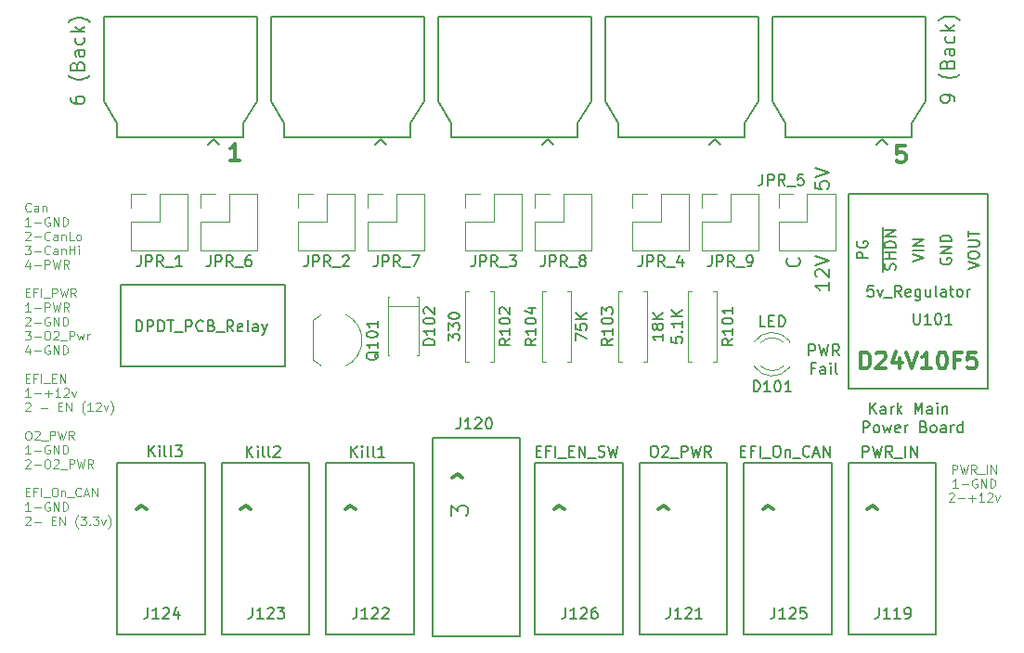
<source format=gto>
G04 #@! TF.FileFunction,Legend,Top*
%FSLAX46Y46*%
G04 Gerber Fmt 4.6, Leading zero omitted, Abs format (unit mm)*
G04 Created by KiCad (PCBNEW 4.0.7) date Fri Feb 23 12:26:53 2018*
%MOMM*%
%LPD*%
G01*
G04 APERTURE LIST*
%ADD10C,0.100000*%
%ADD11C,0.181356*%
%ADD12C,0.076200*%
%ADD13C,0.200000*%
%ADD14C,0.300000*%
%ADD15C,0.152400*%
%ADD16C,0.150000*%
%ADD17C,0.120000*%
%ADD18C,0.357000*%
%ADD19C,0.210000*%
G04 APERTURE END LIST*
D10*
D11*
X189995024Y-31526238D02*
X189995024Y-31284333D01*
X189934548Y-31163381D01*
X189874071Y-31102905D01*
X189692643Y-30981952D01*
X189450738Y-30921476D01*
X188966929Y-30921476D01*
X188845976Y-30981952D01*
X188785500Y-31042428D01*
X188725024Y-31163381D01*
X188725024Y-31405285D01*
X188785500Y-31526238D01*
X188845976Y-31586714D01*
X188966929Y-31647190D01*
X189269310Y-31647190D01*
X189390262Y-31586714D01*
X189450738Y-31526238D01*
X189511214Y-31405285D01*
X189511214Y-31163381D01*
X189450738Y-31042428D01*
X189390262Y-30981952D01*
X189269310Y-30921476D01*
X190478833Y-29046714D02*
X190418357Y-29107190D01*
X190236929Y-29228142D01*
X190115976Y-29288619D01*
X189934548Y-29349095D01*
X189632167Y-29409571D01*
X189390262Y-29409571D01*
X189087881Y-29349095D01*
X188906452Y-29288619D01*
X188785500Y-29228142D01*
X188604071Y-29107190D01*
X188543595Y-29046714D01*
X189329786Y-28139571D02*
X189390262Y-27958142D01*
X189450738Y-27897666D01*
X189571690Y-27837190D01*
X189753119Y-27837190D01*
X189874071Y-27897666D01*
X189934548Y-27958142D01*
X189995024Y-28079095D01*
X189995024Y-28562904D01*
X188725024Y-28562904D01*
X188725024Y-28139571D01*
X188785500Y-28018618D01*
X188845976Y-27958142D01*
X188966929Y-27897666D01*
X189087881Y-27897666D01*
X189208833Y-27958142D01*
X189269310Y-28018618D01*
X189329786Y-28139571D01*
X189329786Y-28562904D01*
X189995024Y-26748618D02*
X189329786Y-26748618D01*
X189208833Y-26809095D01*
X189148357Y-26930047D01*
X189148357Y-27171952D01*
X189208833Y-27292904D01*
X189934548Y-26748618D02*
X189995024Y-26869571D01*
X189995024Y-27171952D01*
X189934548Y-27292904D01*
X189813595Y-27353380D01*
X189692643Y-27353380D01*
X189571690Y-27292904D01*
X189511214Y-27171952D01*
X189511214Y-26869571D01*
X189450738Y-26748618D01*
X189934548Y-25599570D02*
X189995024Y-25720523D01*
X189995024Y-25962427D01*
X189934548Y-26083380D01*
X189874071Y-26143856D01*
X189753119Y-26204332D01*
X189390262Y-26204332D01*
X189269310Y-26143856D01*
X189208833Y-26083380D01*
X189148357Y-25962427D01*
X189148357Y-25720523D01*
X189208833Y-25599570D01*
X189995024Y-25055285D02*
X188725024Y-25055285D01*
X189511214Y-24934333D02*
X189995024Y-24571476D01*
X189148357Y-24571476D02*
X189632167Y-25055285D01*
X190478833Y-24148142D02*
X190418357Y-24087666D01*
X190236929Y-23966714D01*
X190115976Y-23906238D01*
X189934548Y-23845761D01*
X189632167Y-23785285D01*
X189390262Y-23785285D01*
X189087881Y-23845761D01*
X188906452Y-23906238D01*
X188785500Y-23966714D01*
X188604071Y-24087666D01*
X188543595Y-24148142D01*
X109350024Y-31169428D02*
X109350024Y-31411333D01*
X109410500Y-31532285D01*
X109470976Y-31592762D01*
X109652405Y-31713714D01*
X109894310Y-31774190D01*
X110378119Y-31774190D01*
X110499071Y-31713714D01*
X110559548Y-31653238D01*
X110620024Y-31532285D01*
X110620024Y-31290381D01*
X110559548Y-31169428D01*
X110499071Y-31108952D01*
X110378119Y-31048476D01*
X110075738Y-31048476D01*
X109954786Y-31108952D01*
X109894310Y-31169428D01*
X109833833Y-31290381D01*
X109833833Y-31532285D01*
X109894310Y-31653238D01*
X109954786Y-31713714D01*
X110075738Y-31774190D01*
X111103833Y-29173714D02*
X111043357Y-29234190D01*
X110861929Y-29355142D01*
X110740976Y-29415619D01*
X110559548Y-29476095D01*
X110257167Y-29536571D01*
X110015262Y-29536571D01*
X109712881Y-29476095D01*
X109531452Y-29415619D01*
X109410500Y-29355142D01*
X109229071Y-29234190D01*
X109168595Y-29173714D01*
X109954786Y-28266571D02*
X110015262Y-28085142D01*
X110075738Y-28024666D01*
X110196690Y-27964190D01*
X110378119Y-27964190D01*
X110499071Y-28024666D01*
X110559548Y-28085142D01*
X110620024Y-28206095D01*
X110620024Y-28689904D01*
X109350024Y-28689904D01*
X109350024Y-28266571D01*
X109410500Y-28145618D01*
X109470976Y-28085142D01*
X109591929Y-28024666D01*
X109712881Y-28024666D01*
X109833833Y-28085142D01*
X109894310Y-28145618D01*
X109954786Y-28266571D01*
X109954786Y-28689904D01*
X110620024Y-26875618D02*
X109954786Y-26875618D01*
X109833833Y-26936095D01*
X109773357Y-27057047D01*
X109773357Y-27298952D01*
X109833833Y-27419904D01*
X110559548Y-26875618D02*
X110620024Y-26996571D01*
X110620024Y-27298952D01*
X110559548Y-27419904D01*
X110438595Y-27480380D01*
X110317643Y-27480380D01*
X110196690Y-27419904D01*
X110136214Y-27298952D01*
X110136214Y-26996571D01*
X110075738Y-26875618D01*
X110559548Y-25726570D02*
X110620024Y-25847523D01*
X110620024Y-26089427D01*
X110559548Y-26210380D01*
X110499071Y-26270856D01*
X110378119Y-26331332D01*
X110015262Y-26331332D01*
X109894310Y-26270856D01*
X109833833Y-26210380D01*
X109773357Y-26089427D01*
X109773357Y-25847523D01*
X109833833Y-25726570D01*
X110620024Y-25182285D02*
X109350024Y-25182285D01*
X110136214Y-25061333D02*
X110620024Y-24698476D01*
X109773357Y-24698476D02*
X110257167Y-25182285D01*
X111103833Y-24275142D02*
X111043357Y-24214666D01*
X110861929Y-24093714D01*
X110740976Y-24033238D01*
X110559548Y-23972761D01*
X110257167Y-23912285D01*
X110015262Y-23912285D01*
X109712881Y-23972761D01*
X109531452Y-24033238D01*
X109410500Y-24093714D01*
X109229071Y-24214666D01*
X109168595Y-24275142D01*
X175777071Y-45834905D02*
X175837548Y-45895381D01*
X175898024Y-46076810D01*
X175898024Y-46197762D01*
X175837548Y-46379190D01*
X175716595Y-46500143D01*
X175595643Y-46560619D01*
X175353738Y-46621095D01*
X175172310Y-46621095D01*
X174930405Y-46560619D01*
X174809452Y-46500143D01*
X174688500Y-46379190D01*
X174628024Y-46197762D01*
X174628024Y-46076810D01*
X174688500Y-45895381D01*
X174748976Y-45834905D01*
D12*
X189789054Y-65506707D02*
X189789054Y-64706709D01*
X190093815Y-64706709D01*
X190170005Y-64744804D01*
X190208100Y-64782899D01*
X190246195Y-64859089D01*
X190246195Y-64973375D01*
X190208100Y-65049565D01*
X190170005Y-65087660D01*
X190093815Y-65125755D01*
X189789054Y-65125755D01*
X190512861Y-64706709D02*
X190703337Y-65506707D01*
X190855718Y-64935280D01*
X191008098Y-65506707D01*
X191198574Y-64706709D01*
X191960476Y-65506707D02*
X191693810Y-65125755D01*
X191503335Y-65506707D02*
X191503335Y-64706709D01*
X191808096Y-64706709D01*
X191884286Y-64744804D01*
X191922381Y-64782899D01*
X191960476Y-64859089D01*
X191960476Y-64973375D01*
X191922381Y-65049565D01*
X191884286Y-65087660D01*
X191808096Y-65125755D01*
X191503335Y-65125755D01*
X192112857Y-65582897D02*
X192722379Y-65582897D01*
X192912855Y-65506707D02*
X192912855Y-64706709D01*
X193293806Y-65506707D02*
X193293806Y-64706709D01*
X193750947Y-65506707D01*
X193750947Y-64706709D01*
X190284289Y-66782904D02*
X189827148Y-66782904D01*
X190055718Y-66782904D02*
X190055718Y-65982906D01*
X189979528Y-66097191D01*
X189903338Y-66173382D01*
X189827148Y-66211477D01*
X190627146Y-66478143D02*
X191236668Y-66478143D01*
X192036666Y-66021001D02*
X191960476Y-65982906D01*
X191846191Y-65982906D01*
X191731905Y-66021001D01*
X191655715Y-66097191D01*
X191617620Y-66173382D01*
X191579525Y-66325762D01*
X191579525Y-66440048D01*
X191617620Y-66592428D01*
X191655715Y-66668618D01*
X191731905Y-66744809D01*
X191846191Y-66782904D01*
X191922381Y-66782904D01*
X192036666Y-66744809D01*
X192074761Y-66706714D01*
X192074761Y-66440048D01*
X191922381Y-66440048D01*
X192417618Y-66782904D02*
X192417618Y-65982906D01*
X192874759Y-66782904D01*
X192874759Y-65982906D01*
X193255711Y-66782904D02*
X193255711Y-65982906D01*
X193446186Y-65982906D01*
X193560472Y-66021001D01*
X193636662Y-66097191D01*
X193674757Y-66173382D01*
X193712852Y-66325762D01*
X193712852Y-66440048D01*
X193674757Y-66592428D01*
X193636662Y-66668618D01*
X193560472Y-66744809D01*
X193446186Y-66782904D01*
X193255711Y-66782904D01*
X189484292Y-67335293D02*
X189522387Y-67297198D01*
X189598577Y-67259103D01*
X189789053Y-67259103D01*
X189865243Y-67297198D01*
X189903338Y-67335293D01*
X189941433Y-67411483D01*
X189941433Y-67487674D01*
X189903338Y-67601959D01*
X189446196Y-68059101D01*
X189941433Y-68059101D01*
X190284290Y-67754340D02*
X190893812Y-67754340D01*
X191274764Y-67754340D02*
X191884286Y-67754340D01*
X191579525Y-68059101D02*
X191579525Y-67449579D01*
X192684284Y-68059101D02*
X192227143Y-68059101D01*
X192455713Y-68059101D02*
X192455713Y-67259103D01*
X192379523Y-67373388D01*
X192303333Y-67449579D01*
X192227143Y-67487674D01*
X192989046Y-67335293D02*
X193027141Y-67297198D01*
X193103331Y-67259103D01*
X193293807Y-67259103D01*
X193369997Y-67297198D01*
X193408092Y-67335293D01*
X193446187Y-67411483D01*
X193446187Y-67487674D01*
X193408092Y-67601959D01*
X192950950Y-68059101D01*
X193446187Y-68059101D01*
X193712853Y-67525769D02*
X193903329Y-68059101D01*
X194093805Y-67525769D01*
D13*
X182277238Y-60054381D02*
X182277238Y-59054381D01*
X182848667Y-60054381D02*
X182420095Y-59482952D01*
X182848667Y-59054381D02*
X182277238Y-59625810D01*
X183705810Y-60054381D02*
X183705810Y-59530571D01*
X183658191Y-59435333D01*
X183562953Y-59387714D01*
X183372476Y-59387714D01*
X183277238Y-59435333D01*
X183705810Y-60006762D02*
X183610572Y-60054381D01*
X183372476Y-60054381D01*
X183277238Y-60006762D01*
X183229619Y-59911524D01*
X183229619Y-59816286D01*
X183277238Y-59721048D01*
X183372476Y-59673429D01*
X183610572Y-59673429D01*
X183705810Y-59625810D01*
X184182000Y-60054381D02*
X184182000Y-59387714D01*
X184182000Y-59578190D02*
X184229619Y-59482952D01*
X184277238Y-59435333D01*
X184372476Y-59387714D01*
X184467715Y-59387714D01*
X184801048Y-60054381D02*
X184801048Y-59054381D01*
X184896286Y-59673429D02*
X185182001Y-60054381D01*
X185182001Y-59387714D02*
X184801048Y-59768667D01*
X186372477Y-60054381D02*
X186372477Y-59054381D01*
X186705811Y-59768667D01*
X187039144Y-59054381D01*
X187039144Y-60054381D01*
X187943906Y-60054381D02*
X187943906Y-59530571D01*
X187896287Y-59435333D01*
X187801049Y-59387714D01*
X187610572Y-59387714D01*
X187515334Y-59435333D01*
X187943906Y-60006762D02*
X187848668Y-60054381D01*
X187610572Y-60054381D01*
X187515334Y-60006762D01*
X187467715Y-59911524D01*
X187467715Y-59816286D01*
X187515334Y-59721048D01*
X187610572Y-59673429D01*
X187848668Y-59673429D01*
X187943906Y-59625810D01*
X188420096Y-60054381D02*
X188420096Y-59387714D01*
X188420096Y-59054381D02*
X188372477Y-59102000D01*
X188420096Y-59149619D01*
X188467715Y-59102000D01*
X188420096Y-59054381D01*
X188420096Y-59149619D01*
X188896286Y-59387714D02*
X188896286Y-60054381D01*
X188896286Y-59482952D02*
X188943905Y-59435333D01*
X189039143Y-59387714D01*
X189182001Y-59387714D01*
X189277239Y-59435333D01*
X189324858Y-59530571D01*
X189324858Y-60054381D01*
X181658190Y-61754381D02*
X181658190Y-60754381D01*
X182039143Y-60754381D01*
X182134381Y-60802000D01*
X182182000Y-60849619D01*
X182229619Y-60944857D01*
X182229619Y-61087714D01*
X182182000Y-61182952D01*
X182134381Y-61230571D01*
X182039143Y-61278190D01*
X181658190Y-61278190D01*
X182801047Y-61754381D02*
X182705809Y-61706762D01*
X182658190Y-61659143D01*
X182610571Y-61563905D01*
X182610571Y-61278190D01*
X182658190Y-61182952D01*
X182705809Y-61135333D01*
X182801047Y-61087714D01*
X182943905Y-61087714D01*
X183039143Y-61135333D01*
X183086762Y-61182952D01*
X183134381Y-61278190D01*
X183134381Y-61563905D01*
X183086762Y-61659143D01*
X183039143Y-61706762D01*
X182943905Y-61754381D01*
X182801047Y-61754381D01*
X183467714Y-61087714D02*
X183658190Y-61754381D01*
X183848667Y-61278190D01*
X184039143Y-61754381D01*
X184229619Y-61087714D01*
X184991524Y-61706762D02*
X184896286Y-61754381D01*
X184705809Y-61754381D01*
X184610571Y-61706762D01*
X184562952Y-61611524D01*
X184562952Y-61230571D01*
X184610571Y-61135333D01*
X184705809Y-61087714D01*
X184896286Y-61087714D01*
X184991524Y-61135333D01*
X185039143Y-61230571D01*
X185039143Y-61325810D01*
X184562952Y-61421048D01*
X185467714Y-61754381D02*
X185467714Y-61087714D01*
X185467714Y-61278190D02*
X185515333Y-61182952D01*
X185562952Y-61135333D01*
X185658190Y-61087714D01*
X185753429Y-61087714D01*
X187182001Y-61230571D02*
X187324858Y-61278190D01*
X187372477Y-61325810D01*
X187420096Y-61421048D01*
X187420096Y-61563905D01*
X187372477Y-61659143D01*
X187324858Y-61706762D01*
X187229620Y-61754381D01*
X186848667Y-61754381D01*
X186848667Y-60754381D01*
X187182001Y-60754381D01*
X187277239Y-60802000D01*
X187324858Y-60849619D01*
X187372477Y-60944857D01*
X187372477Y-61040095D01*
X187324858Y-61135333D01*
X187277239Y-61182952D01*
X187182001Y-61230571D01*
X186848667Y-61230571D01*
X187991524Y-61754381D02*
X187896286Y-61706762D01*
X187848667Y-61659143D01*
X187801048Y-61563905D01*
X187801048Y-61278190D01*
X187848667Y-61182952D01*
X187896286Y-61135333D01*
X187991524Y-61087714D01*
X188134382Y-61087714D01*
X188229620Y-61135333D01*
X188277239Y-61182952D01*
X188324858Y-61278190D01*
X188324858Y-61563905D01*
X188277239Y-61659143D01*
X188229620Y-61706762D01*
X188134382Y-61754381D01*
X187991524Y-61754381D01*
X189182001Y-61754381D02*
X189182001Y-61230571D01*
X189134382Y-61135333D01*
X189039144Y-61087714D01*
X188848667Y-61087714D01*
X188753429Y-61135333D01*
X189182001Y-61706762D02*
X189086763Y-61754381D01*
X188848667Y-61754381D01*
X188753429Y-61706762D01*
X188705810Y-61611524D01*
X188705810Y-61516286D01*
X188753429Y-61421048D01*
X188848667Y-61373429D01*
X189086763Y-61373429D01*
X189182001Y-61325810D01*
X189658191Y-61754381D02*
X189658191Y-61087714D01*
X189658191Y-61278190D02*
X189705810Y-61182952D01*
X189753429Y-61135333D01*
X189848667Y-61087714D01*
X189943906Y-61087714D01*
X190705811Y-61754381D02*
X190705811Y-60754381D01*
X190705811Y-61706762D02*
X190610573Y-61754381D01*
X190420096Y-61754381D01*
X190324858Y-61706762D01*
X190277239Y-61659143D01*
X190229620Y-61563905D01*
X190229620Y-61278190D01*
X190277239Y-61182952D01*
X190324858Y-61135333D01*
X190420096Y-61087714D01*
X190610573Y-61087714D01*
X190705811Y-61135333D01*
D14*
X124786972Y-36898971D02*
X123929829Y-36898971D01*
X124358401Y-36898971D02*
X124358401Y-35398971D01*
X124215544Y-35613257D01*
X124072686Y-35756114D01*
X123929829Y-35827543D01*
X185472344Y-35602171D02*
X184758058Y-35602171D01*
X184686629Y-36316457D01*
X184758058Y-36245029D01*
X184900915Y-36173600D01*
X185258058Y-36173600D01*
X185400915Y-36245029D01*
X185472344Y-36316457D01*
X185543772Y-36459314D01*
X185543772Y-36816457D01*
X185472344Y-36959314D01*
X185400915Y-37030743D01*
X185258058Y-37102171D01*
X184900915Y-37102171D01*
X184758058Y-37030743D01*
X184686629Y-36959314D01*
D10*
X105740119Y-41533214D02*
X105702024Y-41571310D01*
X105587738Y-41609405D01*
X105511548Y-41609405D01*
X105397262Y-41571310D01*
X105321071Y-41495119D01*
X105282976Y-41418929D01*
X105244881Y-41266548D01*
X105244881Y-41152262D01*
X105282976Y-40999881D01*
X105321071Y-40923690D01*
X105397262Y-40847500D01*
X105511548Y-40809405D01*
X105587738Y-40809405D01*
X105702024Y-40847500D01*
X105740119Y-40885595D01*
X106425833Y-41609405D02*
X106425833Y-41190357D01*
X106387738Y-41114167D01*
X106311548Y-41076071D01*
X106159167Y-41076071D01*
X106082976Y-41114167D01*
X106425833Y-41571310D02*
X106349643Y-41609405D01*
X106159167Y-41609405D01*
X106082976Y-41571310D01*
X106044881Y-41495119D01*
X106044881Y-41418929D01*
X106082976Y-41342738D01*
X106159167Y-41304643D01*
X106349643Y-41304643D01*
X106425833Y-41266548D01*
X106806786Y-41076071D02*
X106806786Y-41609405D01*
X106806786Y-41152262D02*
X106844881Y-41114167D01*
X106921072Y-41076071D01*
X107035358Y-41076071D01*
X107111548Y-41114167D01*
X107149643Y-41190357D01*
X107149643Y-41609405D01*
X105702024Y-42909405D02*
X105244881Y-42909405D01*
X105473452Y-42909405D02*
X105473452Y-42109405D01*
X105397262Y-42223690D01*
X105321071Y-42299881D01*
X105244881Y-42337976D01*
X106044881Y-42604643D02*
X106654405Y-42604643D01*
X107454405Y-42147500D02*
X107378214Y-42109405D01*
X107263929Y-42109405D01*
X107149643Y-42147500D01*
X107073452Y-42223690D01*
X107035357Y-42299881D01*
X106997262Y-42452262D01*
X106997262Y-42566548D01*
X107035357Y-42718929D01*
X107073452Y-42795119D01*
X107149643Y-42871310D01*
X107263929Y-42909405D01*
X107340119Y-42909405D01*
X107454405Y-42871310D01*
X107492500Y-42833214D01*
X107492500Y-42566548D01*
X107340119Y-42566548D01*
X107835357Y-42909405D02*
X107835357Y-42109405D01*
X108292500Y-42909405D01*
X108292500Y-42109405D01*
X108673452Y-42909405D02*
X108673452Y-42109405D01*
X108863928Y-42109405D01*
X108978214Y-42147500D01*
X109054405Y-42223690D01*
X109092500Y-42299881D01*
X109130595Y-42452262D01*
X109130595Y-42566548D01*
X109092500Y-42718929D01*
X109054405Y-42795119D01*
X108978214Y-42871310D01*
X108863928Y-42909405D01*
X108673452Y-42909405D01*
X105244881Y-43485595D02*
X105282976Y-43447500D01*
X105359167Y-43409405D01*
X105549643Y-43409405D01*
X105625833Y-43447500D01*
X105663929Y-43485595D01*
X105702024Y-43561786D01*
X105702024Y-43637976D01*
X105663929Y-43752262D01*
X105206786Y-44209405D01*
X105702024Y-44209405D01*
X106044881Y-43904643D02*
X106654405Y-43904643D01*
X107492500Y-44133214D02*
X107454405Y-44171310D01*
X107340119Y-44209405D01*
X107263929Y-44209405D01*
X107149643Y-44171310D01*
X107073452Y-44095119D01*
X107035357Y-44018929D01*
X106997262Y-43866548D01*
X106997262Y-43752262D01*
X107035357Y-43599881D01*
X107073452Y-43523690D01*
X107149643Y-43447500D01*
X107263929Y-43409405D01*
X107340119Y-43409405D01*
X107454405Y-43447500D01*
X107492500Y-43485595D01*
X108178214Y-44209405D02*
X108178214Y-43790357D01*
X108140119Y-43714167D01*
X108063929Y-43676071D01*
X107911548Y-43676071D01*
X107835357Y-43714167D01*
X108178214Y-44171310D02*
X108102024Y-44209405D01*
X107911548Y-44209405D01*
X107835357Y-44171310D01*
X107797262Y-44095119D01*
X107797262Y-44018929D01*
X107835357Y-43942738D01*
X107911548Y-43904643D01*
X108102024Y-43904643D01*
X108178214Y-43866548D01*
X108559167Y-43676071D02*
X108559167Y-44209405D01*
X108559167Y-43752262D02*
X108597262Y-43714167D01*
X108673453Y-43676071D01*
X108787739Y-43676071D01*
X108863929Y-43714167D01*
X108902024Y-43790357D01*
X108902024Y-44209405D01*
X109663930Y-44209405D02*
X109282977Y-44209405D01*
X109282977Y-43409405D01*
X110044882Y-44209405D02*
X109968691Y-44171310D01*
X109930596Y-44133214D01*
X109892501Y-44057024D01*
X109892501Y-43828452D01*
X109930596Y-43752262D01*
X109968691Y-43714167D01*
X110044882Y-43676071D01*
X110159168Y-43676071D01*
X110235358Y-43714167D01*
X110273453Y-43752262D01*
X110311549Y-43828452D01*
X110311549Y-44057024D01*
X110273453Y-44133214D01*
X110235358Y-44171310D01*
X110159168Y-44209405D01*
X110044882Y-44209405D01*
X105206786Y-44709405D02*
X105702024Y-44709405D01*
X105435357Y-45014167D01*
X105549643Y-45014167D01*
X105625833Y-45052262D01*
X105663929Y-45090357D01*
X105702024Y-45166548D01*
X105702024Y-45357024D01*
X105663929Y-45433214D01*
X105625833Y-45471310D01*
X105549643Y-45509405D01*
X105321071Y-45509405D01*
X105244881Y-45471310D01*
X105206786Y-45433214D01*
X106044881Y-45204643D02*
X106654405Y-45204643D01*
X107492500Y-45433214D02*
X107454405Y-45471310D01*
X107340119Y-45509405D01*
X107263929Y-45509405D01*
X107149643Y-45471310D01*
X107073452Y-45395119D01*
X107035357Y-45318929D01*
X106997262Y-45166548D01*
X106997262Y-45052262D01*
X107035357Y-44899881D01*
X107073452Y-44823690D01*
X107149643Y-44747500D01*
X107263929Y-44709405D01*
X107340119Y-44709405D01*
X107454405Y-44747500D01*
X107492500Y-44785595D01*
X108178214Y-45509405D02*
X108178214Y-45090357D01*
X108140119Y-45014167D01*
X108063929Y-44976071D01*
X107911548Y-44976071D01*
X107835357Y-45014167D01*
X108178214Y-45471310D02*
X108102024Y-45509405D01*
X107911548Y-45509405D01*
X107835357Y-45471310D01*
X107797262Y-45395119D01*
X107797262Y-45318929D01*
X107835357Y-45242738D01*
X107911548Y-45204643D01*
X108102024Y-45204643D01*
X108178214Y-45166548D01*
X108559167Y-44976071D02*
X108559167Y-45509405D01*
X108559167Y-45052262D02*
X108597262Y-45014167D01*
X108673453Y-44976071D01*
X108787739Y-44976071D01*
X108863929Y-45014167D01*
X108902024Y-45090357D01*
X108902024Y-45509405D01*
X109282977Y-45509405D02*
X109282977Y-44709405D01*
X109282977Y-45090357D02*
X109740120Y-45090357D01*
X109740120Y-45509405D02*
X109740120Y-44709405D01*
X110121072Y-45509405D02*
X110121072Y-44976071D01*
X110121072Y-44709405D02*
X110082977Y-44747500D01*
X110121072Y-44785595D01*
X110159167Y-44747500D01*
X110121072Y-44709405D01*
X110121072Y-44785595D01*
X105625833Y-46276071D02*
X105625833Y-46809405D01*
X105435357Y-45971310D02*
X105244881Y-46542738D01*
X105740119Y-46542738D01*
X106044881Y-46504643D02*
X106654405Y-46504643D01*
X107035357Y-46809405D02*
X107035357Y-46009405D01*
X107340119Y-46009405D01*
X107416310Y-46047500D01*
X107454405Y-46085595D01*
X107492500Y-46161786D01*
X107492500Y-46276071D01*
X107454405Y-46352262D01*
X107416310Y-46390357D01*
X107340119Y-46428452D01*
X107035357Y-46428452D01*
X107759167Y-46009405D02*
X107949643Y-46809405D01*
X108102024Y-46237976D01*
X108254405Y-46809405D01*
X108444881Y-46009405D01*
X109206786Y-46809405D02*
X108940119Y-46428452D01*
X108749643Y-46809405D02*
X108749643Y-46009405D01*
X109054405Y-46009405D01*
X109130596Y-46047500D01*
X109168691Y-46085595D01*
X109206786Y-46161786D01*
X109206786Y-46276071D01*
X109168691Y-46352262D01*
X109130596Y-46390357D01*
X109054405Y-46428452D01*
X108749643Y-46428452D01*
X105282976Y-48990357D02*
X105549643Y-48990357D01*
X105663929Y-49409405D02*
X105282976Y-49409405D01*
X105282976Y-48609405D01*
X105663929Y-48609405D01*
X106273453Y-48990357D02*
X106006786Y-48990357D01*
X106006786Y-49409405D02*
X106006786Y-48609405D01*
X106387739Y-48609405D01*
X106692500Y-49409405D02*
X106692500Y-48609405D01*
X106882976Y-49485595D02*
X107492500Y-49485595D01*
X107682976Y-49409405D02*
X107682976Y-48609405D01*
X107987738Y-48609405D01*
X108063929Y-48647500D01*
X108102024Y-48685595D01*
X108140119Y-48761786D01*
X108140119Y-48876071D01*
X108102024Y-48952262D01*
X108063929Y-48990357D01*
X107987738Y-49028452D01*
X107682976Y-49028452D01*
X108406786Y-48609405D02*
X108597262Y-49409405D01*
X108749643Y-48837976D01*
X108902024Y-49409405D01*
X109092500Y-48609405D01*
X109854405Y-49409405D02*
X109587738Y-49028452D01*
X109397262Y-49409405D02*
X109397262Y-48609405D01*
X109702024Y-48609405D01*
X109778215Y-48647500D01*
X109816310Y-48685595D01*
X109854405Y-48761786D01*
X109854405Y-48876071D01*
X109816310Y-48952262D01*
X109778215Y-48990357D01*
X109702024Y-49028452D01*
X109397262Y-49028452D01*
X105702024Y-50709405D02*
X105244881Y-50709405D01*
X105473452Y-50709405D02*
X105473452Y-49909405D01*
X105397262Y-50023690D01*
X105321071Y-50099881D01*
X105244881Y-50137976D01*
X106044881Y-50404643D02*
X106654405Y-50404643D01*
X107035357Y-50709405D02*
X107035357Y-49909405D01*
X107340119Y-49909405D01*
X107416310Y-49947500D01*
X107454405Y-49985595D01*
X107492500Y-50061786D01*
X107492500Y-50176071D01*
X107454405Y-50252262D01*
X107416310Y-50290357D01*
X107340119Y-50328452D01*
X107035357Y-50328452D01*
X107759167Y-49909405D02*
X107949643Y-50709405D01*
X108102024Y-50137976D01*
X108254405Y-50709405D01*
X108444881Y-49909405D01*
X109206786Y-50709405D02*
X108940119Y-50328452D01*
X108749643Y-50709405D02*
X108749643Y-49909405D01*
X109054405Y-49909405D01*
X109130596Y-49947500D01*
X109168691Y-49985595D01*
X109206786Y-50061786D01*
X109206786Y-50176071D01*
X109168691Y-50252262D01*
X109130596Y-50290357D01*
X109054405Y-50328452D01*
X108749643Y-50328452D01*
X105244881Y-51285595D02*
X105282976Y-51247500D01*
X105359167Y-51209405D01*
X105549643Y-51209405D01*
X105625833Y-51247500D01*
X105663929Y-51285595D01*
X105702024Y-51361786D01*
X105702024Y-51437976D01*
X105663929Y-51552262D01*
X105206786Y-52009405D01*
X105702024Y-52009405D01*
X106044881Y-51704643D02*
X106654405Y-51704643D01*
X107454405Y-51247500D02*
X107378214Y-51209405D01*
X107263929Y-51209405D01*
X107149643Y-51247500D01*
X107073452Y-51323690D01*
X107035357Y-51399881D01*
X106997262Y-51552262D01*
X106997262Y-51666548D01*
X107035357Y-51818929D01*
X107073452Y-51895119D01*
X107149643Y-51971310D01*
X107263929Y-52009405D01*
X107340119Y-52009405D01*
X107454405Y-51971310D01*
X107492500Y-51933214D01*
X107492500Y-51666548D01*
X107340119Y-51666548D01*
X107835357Y-52009405D02*
X107835357Y-51209405D01*
X108292500Y-52009405D01*
X108292500Y-51209405D01*
X108673452Y-52009405D02*
X108673452Y-51209405D01*
X108863928Y-51209405D01*
X108978214Y-51247500D01*
X109054405Y-51323690D01*
X109092500Y-51399881D01*
X109130595Y-51552262D01*
X109130595Y-51666548D01*
X109092500Y-51818929D01*
X109054405Y-51895119D01*
X108978214Y-51971310D01*
X108863928Y-52009405D01*
X108673452Y-52009405D01*
X105206786Y-52509405D02*
X105702024Y-52509405D01*
X105435357Y-52814167D01*
X105549643Y-52814167D01*
X105625833Y-52852262D01*
X105663929Y-52890357D01*
X105702024Y-52966548D01*
X105702024Y-53157024D01*
X105663929Y-53233214D01*
X105625833Y-53271310D01*
X105549643Y-53309405D01*
X105321071Y-53309405D01*
X105244881Y-53271310D01*
X105206786Y-53233214D01*
X106044881Y-53004643D02*
X106654405Y-53004643D01*
X107187738Y-52509405D02*
X107340119Y-52509405D01*
X107416310Y-52547500D01*
X107492500Y-52623690D01*
X107530595Y-52776071D01*
X107530595Y-53042738D01*
X107492500Y-53195119D01*
X107416310Y-53271310D01*
X107340119Y-53309405D01*
X107187738Y-53309405D01*
X107111548Y-53271310D01*
X107035357Y-53195119D01*
X106997262Y-53042738D01*
X106997262Y-52776071D01*
X107035357Y-52623690D01*
X107111548Y-52547500D01*
X107187738Y-52509405D01*
X107835357Y-52585595D02*
X107873452Y-52547500D01*
X107949643Y-52509405D01*
X108140119Y-52509405D01*
X108216309Y-52547500D01*
X108254405Y-52585595D01*
X108292500Y-52661786D01*
X108292500Y-52737976D01*
X108254405Y-52852262D01*
X107797262Y-53309405D01*
X108292500Y-53309405D01*
X108444881Y-53385595D02*
X109054405Y-53385595D01*
X109244881Y-53309405D02*
X109244881Y-52509405D01*
X109549643Y-52509405D01*
X109625834Y-52547500D01*
X109663929Y-52585595D01*
X109702024Y-52661786D01*
X109702024Y-52776071D01*
X109663929Y-52852262D01*
X109625834Y-52890357D01*
X109549643Y-52928452D01*
X109244881Y-52928452D01*
X109968691Y-52776071D02*
X110121072Y-53309405D01*
X110273453Y-52928452D01*
X110425834Y-53309405D01*
X110578215Y-52776071D01*
X110882976Y-53309405D02*
X110882976Y-52776071D01*
X110882976Y-52928452D02*
X110921071Y-52852262D01*
X110959167Y-52814167D01*
X111035357Y-52776071D01*
X111111548Y-52776071D01*
X105625833Y-54076071D02*
X105625833Y-54609405D01*
X105435357Y-53771310D02*
X105244881Y-54342738D01*
X105740119Y-54342738D01*
X106044881Y-54304643D02*
X106654405Y-54304643D01*
X107454405Y-53847500D02*
X107378214Y-53809405D01*
X107263929Y-53809405D01*
X107149643Y-53847500D01*
X107073452Y-53923690D01*
X107035357Y-53999881D01*
X106997262Y-54152262D01*
X106997262Y-54266548D01*
X107035357Y-54418929D01*
X107073452Y-54495119D01*
X107149643Y-54571310D01*
X107263929Y-54609405D01*
X107340119Y-54609405D01*
X107454405Y-54571310D01*
X107492500Y-54533214D01*
X107492500Y-54266548D01*
X107340119Y-54266548D01*
X107835357Y-54609405D02*
X107835357Y-53809405D01*
X108292500Y-54609405D01*
X108292500Y-53809405D01*
X108673452Y-54609405D02*
X108673452Y-53809405D01*
X108863928Y-53809405D01*
X108978214Y-53847500D01*
X109054405Y-53923690D01*
X109092500Y-53999881D01*
X109130595Y-54152262D01*
X109130595Y-54266548D01*
X109092500Y-54418929D01*
X109054405Y-54495119D01*
X108978214Y-54571310D01*
X108863928Y-54609405D01*
X108673452Y-54609405D01*
X105282976Y-56790357D02*
X105549643Y-56790357D01*
X105663929Y-57209405D02*
X105282976Y-57209405D01*
X105282976Y-56409405D01*
X105663929Y-56409405D01*
X106273453Y-56790357D02*
X106006786Y-56790357D01*
X106006786Y-57209405D02*
X106006786Y-56409405D01*
X106387739Y-56409405D01*
X106692500Y-57209405D02*
X106692500Y-56409405D01*
X106882976Y-57285595D02*
X107492500Y-57285595D01*
X107682976Y-56790357D02*
X107949643Y-56790357D01*
X108063929Y-57209405D02*
X107682976Y-57209405D01*
X107682976Y-56409405D01*
X108063929Y-56409405D01*
X108406786Y-57209405D02*
X108406786Y-56409405D01*
X108863929Y-57209405D01*
X108863929Y-56409405D01*
X105702024Y-58509405D02*
X105244881Y-58509405D01*
X105473452Y-58509405D02*
X105473452Y-57709405D01*
X105397262Y-57823690D01*
X105321071Y-57899881D01*
X105244881Y-57937976D01*
X106044881Y-58204643D02*
X106654405Y-58204643D01*
X107035357Y-58204643D02*
X107644881Y-58204643D01*
X107340119Y-58509405D02*
X107340119Y-57899881D01*
X108444881Y-58509405D02*
X107987738Y-58509405D01*
X108216309Y-58509405D02*
X108216309Y-57709405D01*
X108140119Y-57823690D01*
X108063928Y-57899881D01*
X107987738Y-57937976D01*
X108749643Y-57785595D02*
X108787738Y-57747500D01*
X108863929Y-57709405D01*
X109054405Y-57709405D01*
X109130595Y-57747500D01*
X109168691Y-57785595D01*
X109206786Y-57861786D01*
X109206786Y-57937976D01*
X109168691Y-58052262D01*
X108711548Y-58509405D01*
X109206786Y-58509405D01*
X109473453Y-57976071D02*
X109663929Y-58509405D01*
X109854405Y-57976071D01*
X105244881Y-59085595D02*
X105282976Y-59047500D01*
X105359167Y-59009405D01*
X105549643Y-59009405D01*
X105625833Y-59047500D01*
X105663929Y-59085595D01*
X105702024Y-59161786D01*
X105702024Y-59237976D01*
X105663929Y-59352262D01*
X105206786Y-59809405D01*
X105702024Y-59809405D01*
X106654405Y-59504643D02*
X107263929Y-59504643D01*
X108254405Y-59390357D02*
X108521072Y-59390357D01*
X108635358Y-59809405D02*
X108254405Y-59809405D01*
X108254405Y-59009405D01*
X108635358Y-59009405D01*
X108978215Y-59809405D02*
X108978215Y-59009405D01*
X109435358Y-59809405D01*
X109435358Y-59009405D01*
X110654406Y-60114167D02*
X110616310Y-60076071D01*
X110540120Y-59961786D01*
X110502025Y-59885595D01*
X110463929Y-59771310D01*
X110425834Y-59580833D01*
X110425834Y-59428452D01*
X110463929Y-59237976D01*
X110502025Y-59123690D01*
X110540120Y-59047500D01*
X110616310Y-58933214D01*
X110654406Y-58895119D01*
X111378215Y-59809405D02*
X110921072Y-59809405D01*
X111149643Y-59809405D02*
X111149643Y-59009405D01*
X111073453Y-59123690D01*
X110997262Y-59199881D01*
X110921072Y-59237976D01*
X111682977Y-59085595D02*
X111721072Y-59047500D01*
X111797263Y-59009405D01*
X111987739Y-59009405D01*
X112063929Y-59047500D01*
X112102025Y-59085595D01*
X112140120Y-59161786D01*
X112140120Y-59237976D01*
X112102025Y-59352262D01*
X111644882Y-59809405D01*
X112140120Y-59809405D01*
X112406787Y-59276071D02*
X112597263Y-59809405D01*
X112787739Y-59276071D01*
X113016311Y-60114167D02*
X113054406Y-60076071D01*
X113130596Y-59961786D01*
X113168692Y-59885595D01*
X113206787Y-59771310D01*
X113244882Y-59580833D01*
X113244882Y-59428452D01*
X113206787Y-59237976D01*
X113168692Y-59123690D01*
X113130596Y-59047500D01*
X113054406Y-58933214D01*
X113016311Y-58895119D01*
X105435357Y-61609405D02*
X105587738Y-61609405D01*
X105663929Y-61647500D01*
X105740119Y-61723690D01*
X105778214Y-61876071D01*
X105778214Y-62142738D01*
X105740119Y-62295119D01*
X105663929Y-62371310D01*
X105587738Y-62409405D01*
X105435357Y-62409405D01*
X105359167Y-62371310D01*
X105282976Y-62295119D01*
X105244881Y-62142738D01*
X105244881Y-61876071D01*
X105282976Y-61723690D01*
X105359167Y-61647500D01*
X105435357Y-61609405D01*
X106082976Y-61685595D02*
X106121071Y-61647500D01*
X106197262Y-61609405D01*
X106387738Y-61609405D01*
X106463928Y-61647500D01*
X106502024Y-61685595D01*
X106540119Y-61761786D01*
X106540119Y-61837976D01*
X106502024Y-61952262D01*
X106044881Y-62409405D01*
X106540119Y-62409405D01*
X106692500Y-62485595D02*
X107302024Y-62485595D01*
X107492500Y-62409405D02*
X107492500Y-61609405D01*
X107797262Y-61609405D01*
X107873453Y-61647500D01*
X107911548Y-61685595D01*
X107949643Y-61761786D01*
X107949643Y-61876071D01*
X107911548Y-61952262D01*
X107873453Y-61990357D01*
X107797262Y-62028452D01*
X107492500Y-62028452D01*
X108216310Y-61609405D02*
X108406786Y-62409405D01*
X108559167Y-61837976D01*
X108711548Y-62409405D01*
X108902024Y-61609405D01*
X109663929Y-62409405D02*
X109397262Y-62028452D01*
X109206786Y-62409405D02*
X109206786Y-61609405D01*
X109511548Y-61609405D01*
X109587739Y-61647500D01*
X109625834Y-61685595D01*
X109663929Y-61761786D01*
X109663929Y-61876071D01*
X109625834Y-61952262D01*
X109587739Y-61990357D01*
X109511548Y-62028452D01*
X109206786Y-62028452D01*
X105702024Y-63709405D02*
X105244881Y-63709405D01*
X105473452Y-63709405D02*
X105473452Y-62909405D01*
X105397262Y-63023690D01*
X105321071Y-63099881D01*
X105244881Y-63137976D01*
X106044881Y-63404643D02*
X106654405Y-63404643D01*
X107454405Y-62947500D02*
X107378214Y-62909405D01*
X107263929Y-62909405D01*
X107149643Y-62947500D01*
X107073452Y-63023690D01*
X107035357Y-63099881D01*
X106997262Y-63252262D01*
X106997262Y-63366548D01*
X107035357Y-63518929D01*
X107073452Y-63595119D01*
X107149643Y-63671310D01*
X107263929Y-63709405D01*
X107340119Y-63709405D01*
X107454405Y-63671310D01*
X107492500Y-63633214D01*
X107492500Y-63366548D01*
X107340119Y-63366548D01*
X107835357Y-63709405D02*
X107835357Y-62909405D01*
X108292500Y-63709405D01*
X108292500Y-62909405D01*
X108673452Y-63709405D02*
X108673452Y-62909405D01*
X108863928Y-62909405D01*
X108978214Y-62947500D01*
X109054405Y-63023690D01*
X109092500Y-63099881D01*
X109130595Y-63252262D01*
X109130595Y-63366548D01*
X109092500Y-63518929D01*
X109054405Y-63595119D01*
X108978214Y-63671310D01*
X108863928Y-63709405D01*
X108673452Y-63709405D01*
X105244881Y-64285595D02*
X105282976Y-64247500D01*
X105359167Y-64209405D01*
X105549643Y-64209405D01*
X105625833Y-64247500D01*
X105663929Y-64285595D01*
X105702024Y-64361786D01*
X105702024Y-64437976D01*
X105663929Y-64552262D01*
X105206786Y-65009405D01*
X105702024Y-65009405D01*
X106044881Y-64704643D02*
X106654405Y-64704643D01*
X107187738Y-64209405D02*
X107340119Y-64209405D01*
X107416310Y-64247500D01*
X107492500Y-64323690D01*
X107530595Y-64476071D01*
X107530595Y-64742738D01*
X107492500Y-64895119D01*
X107416310Y-64971310D01*
X107340119Y-65009405D01*
X107187738Y-65009405D01*
X107111548Y-64971310D01*
X107035357Y-64895119D01*
X106997262Y-64742738D01*
X106997262Y-64476071D01*
X107035357Y-64323690D01*
X107111548Y-64247500D01*
X107187738Y-64209405D01*
X107835357Y-64285595D02*
X107873452Y-64247500D01*
X107949643Y-64209405D01*
X108140119Y-64209405D01*
X108216309Y-64247500D01*
X108254405Y-64285595D01*
X108292500Y-64361786D01*
X108292500Y-64437976D01*
X108254405Y-64552262D01*
X107797262Y-65009405D01*
X108292500Y-65009405D01*
X108444881Y-65085595D02*
X109054405Y-65085595D01*
X109244881Y-65009405D02*
X109244881Y-64209405D01*
X109549643Y-64209405D01*
X109625834Y-64247500D01*
X109663929Y-64285595D01*
X109702024Y-64361786D01*
X109702024Y-64476071D01*
X109663929Y-64552262D01*
X109625834Y-64590357D01*
X109549643Y-64628452D01*
X109244881Y-64628452D01*
X109968691Y-64209405D02*
X110159167Y-65009405D01*
X110311548Y-64437976D01*
X110463929Y-65009405D01*
X110654405Y-64209405D01*
X111416310Y-65009405D02*
X111149643Y-64628452D01*
X110959167Y-65009405D02*
X110959167Y-64209405D01*
X111263929Y-64209405D01*
X111340120Y-64247500D01*
X111378215Y-64285595D01*
X111416310Y-64361786D01*
X111416310Y-64476071D01*
X111378215Y-64552262D01*
X111340120Y-64590357D01*
X111263929Y-64628452D01*
X110959167Y-64628452D01*
X105282976Y-67190357D02*
X105549643Y-67190357D01*
X105663929Y-67609405D02*
X105282976Y-67609405D01*
X105282976Y-66809405D01*
X105663929Y-66809405D01*
X106273453Y-67190357D02*
X106006786Y-67190357D01*
X106006786Y-67609405D02*
X106006786Y-66809405D01*
X106387739Y-66809405D01*
X106692500Y-67609405D02*
X106692500Y-66809405D01*
X106882976Y-67685595D02*
X107492500Y-67685595D01*
X107835357Y-66809405D02*
X107987738Y-66809405D01*
X108063929Y-66847500D01*
X108140119Y-66923690D01*
X108178214Y-67076071D01*
X108178214Y-67342738D01*
X108140119Y-67495119D01*
X108063929Y-67571310D01*
X107987738Y-67609405D01*
X107835357Y-67609405D01*
X107759167Y-67571310D01*
X107682976Y-67495119D01*
X107644881Y-67342738D01*
X107644881Y-67076071D01*
X107682976Y-66923690D01*
X107759167Y-66847500D01*
X107835357Y-66809405D01*
X108521071Y-67076071D02*
X108521071Y-67609405D01*
X108521071Y-67152262D02*
X108559166Y-67114167D01*
X108635357Y-67076071D01*
X108749643Y-67076071D01*
X108825833Y-67114167D01*
X108863928Y-67190357D01*
X108863928Y-67609405D01*
X109054405Y-67685595D02*
X109663929Y-67685595D01*
X110311548Y-67533214D02*
X110273453Y-67571310D01*
X110159167Y-67609405D01*
X110082977Y-67609405D01*
X109968691Y-67571310D01*
X109892500Y-67495119D01*
X109854405Y-67418929D01*
X109816310Y-67266548D01*
X109816310Y-67152262D01*
X109854405Y-66999881D01*
X109892500Y-66923690D01*
X109968691Y-66847500D01*
X110082977Y-66809405D01*
X110159167Y-66809405D01*
X110273453Y-66847500D01*
X110311548Y-66885595D01*
X110616310Y-67380833D02*
X110997262Y-67380833D01*
X110540119Y-67609405D02*
X110806786Y-66809405D01*
X111073453Y-67609405D01*
X111340119Y-67609405D02*
X111340119Y-66809405D01*
X111797262Y-67609405D01*
X111797262Y-66809405D01*
X105702024Y-68909405D02*
X105244881Y-68909405D01*
X105473452Y-68909405D02*
X105473452Y-68109405D01*
X105397262Y-68223690D01*
X105321071Y-68299881D01*
X105244881Y-68337976D01*
X106044881Y-68604643D02*
X106654405Y-68604643D01*
X107454405Y-68147500D02*
X107378214Y-68109405D01*
X107263929Y-68109405D01*
X107149643Y-68147500D01*
X107073452Y-68223690D01*
X107035357Y-68299881D01*
X106997262Y-68452262D01*
X106997262Y-68566548D01*
X107035357Y-68718929D01*
X107073452Y-68795119D01*
X107149643Y-68871310D01*
X107263929Y-68909405D01*
X107340119Y-68909405D01*
X107454405Y-68871310D01*
X107492500Y-68833214D01*
X107492500Y-68566548D01*
X107340119Y-68566548D01*
X107835357Y-68909405D02*
X107835357Y-68109405D01*
X108292500Y-68909405D01*
X108292500Y-68109405D01*
X108673452Y-68909405D02*
X108673452Y-68109405D01*
X108863928Y-68109405D01*
X108978214Y-68147500D01*
X109054405Y-68223690D01*
X109092500Y-68299881D01*
X109130595Y-68452262D01*
X109130595Y-68566548D01*
X109092500Y-68718929D01*
X109054405Y-68795119D01*
X108978214Y-68871310D01*
X108863928Y-68909405D01*
X108673452Y-68909405D01*
X105244881Y-69485595D02*
X105282976Y-69447500D01*
X105359167Y-69409405D01*
X105549643Y-69409405D01*
X105625833Y-69447500D01*
X105663929Y-69485595D01*
X105702024Y-69561786D01*
X105702024Y-69637976D01*
X105663929Y-69752262D01*
X105206786Y-70209405D01*
X105702024Y-70209405D01*
X106044881Y-69904643D02*
X106654405Y-69904643D01*
X107644881Y-69790357D02*
X107911548Y-69790357D01*
X108025834Y-70209405D02*
X107644881Y-70209405D01*
X107644881Y-69409405D01*
X108025834Y-69409405D01*
X108368691Y-70209405D02*
X108368691Y-69409405D01*
X108825834Y-70209405D01*
X108825834Y-69409405D01*
X110044882Y-70514167D02*
X110006786Y-70476071D01*
X109930596Y-70361786D01*
X109892501Y-70285595D01*
X109854405Y-70171310D01*
X109816310Y-69980833D01*
X109816310Y-69828452D01*
X109854405Y-69637976D01*
X109892501Y-69523690D01*
X109930596Y-69447500D01*
X110006786Y-69333214D01*
X110044882Y-69295119D01*
X110273453Y-69409405D02*
X110768691Y-69409405D01*
X110502024Y-69714167D01*
X110616310Y-69714167D01*
X110692500Y-69752262D01*
X110730596Y-69790357D01*
X110768691Y-69866548D01*
X110768691Y-70057024D01*
X110730596Y-70133214D01*
X110692500Y-70171310D01*
X110616310Y-70209405D01*
X110387738Y-70209405D01*
X110311548Y-70171310D01*
X110273453Y-70133214D01*
X111111548Y-70133214D02*
X111149643Y-70171310D01*
X111111548Y-70209405D01*
X111073453Y-70171310D01*
X111111548Y-70133214D01*
X111111548Y-70209405D01*
X111416310Y-69409405D02*
X111911548Y-69409405D01*
X111644881Y-69714167D01*
X111759167Y-69714167D01*
X111835357Y-69752262D01*
X111873453Y-69790357D01*
X111911548Y-69866548D01*
X111911548Y-70057024D01*
X111873453Y-70133214D01*
X111835357Y-70171310D01*
X111759167Y-70209405D01*
X111530595Y-70209405D01*
X111454405Y-70171310D01*
X111416310Y-70133214D01*
X112178215Y-69676071D02*
X112368691Y-70209405D01*
X112559167Y-69676071D01*
X112787739Y-70514167D02*
X112825834Y-70476071D01*
X112902024Y-70361786D01*
X112940120Y-70285595D01*
X112978215Y-70171310D01*
X113016310Y-69980833D01*
X113016310Y-69828452D01*
X112978215Y-69637976D01*
X112940120Y-69523690D01*
X112902024Y-69447500D01*
X112825834Y-69333214D01*
X112787739Y-69295119D01*
D11*
X178565024Y-48030190D02*
X178565024Y-48755904D01*
X178565024Y-48393047D02*
X177295024Y-48393047D01*
X177476452Y-48513999D01*
X177597405Y-48634952D01*
X177657881Y-48755904D01*
X177415976Y-47546380D02*
X177355500Y-47485904D01*
X177295024Y-47364952D01*
X177295024Y-47062571D01*
X177355500Y-46941618D01*
X177415976Y-46881142D01*
X177536929Y-46820666D01*
X177657881Y-46820666D01*
X177839310Y-46881142D01*
X178565024Y-47606856D01*
X178565024Y-46820666D01*
X177295024Y-46457809D02*
X178565024Y-46034475D01*
X177295024Y-45611142D01*
X177231524Y-38849904D02*
X177231524Y-39454666D01*
X177836286Y-39515142D01*
X177775810Y-39454666D01*
X177715333Y-39333714D01*
X177715333Y-39031333D01*
X177775810Y-38910380D01*
X177836286Y-38849904D01*
X177957238Y-38789428D01*
X178259619Y-38789428D01*
X178380571Y-38849904D01*
X178441048Y-38910380D01*
X178501524Y-39031333D01*
X178501524Y-39333714D01*
X178441048Y-39454666D01*
X178380571Y-39515142D01*
X177231524Y-38426571D02*
X178501524Y-38003237D01*
X177231524Y-37579904D01*
D15*
X176699334Y-54739419D02*
X176699334Y-53723419D01*
X177086381Y-53723419D01*
X177183143Y-53771800D01*
X177231524Y-53820181D01*
X177279905Y-53916943D01*
X177279905Y-54062086D01*
X177231524Y-54158848D01*
X177183143Y-54207229D01*
X177086381Y-54255610D01*
X176699334Y-54255610D01*
X177618572Y-53723419D02*
X177860477Y-54739419D01*
X178054000Y-54013705D01*
X178247524Y-54739419D01*
X178489429Y-53723419D01*
X179457048Y-54739419D02*
X179118382Y-54255610D01*
X178876477Y-54739419D02*
X178876477Y-53723419D01*
X179263524Y-53723419D01*
X179360286Y-53771800D01*
X179408667Y-53820181D01*
X179457048Y-53916943D01*
X179457048Y-54062086D01*
X179408667Y-54158848D01*
X179360286Y-54207229D01*
X179263524Y-54255610D01*
X178876477Y-54255610D01*
X177231524Y-55883629D02*
X176892858Y-55883629D01*
X176892858Y-56415819D02*
X176892858Y-55399819D01*
X177376667Y-55399819D01*
X178199143Y-56415819D02*
X178199143Y-55883629D01*
X178150762Y-55786867D01*
X178054000Y-55738486D01*
X177860477Y-55738486D01*
X177763715Y-55786867D01*
X178199143Y-56367438D02*
X178102381Y-56415819D01*
X177860477Y-56415819D01*
X177763715Y-56367438D01*
X177715334Y-56270676D01*
X177715334Y-56173914D01*
X177763715Y-56077152D01*
X177860477Y-56028771D01*
X178102381Y-56028771D01*
X178199143Y-55980390D01*
X178682953Y-56415819D02*
X178682953Y-55738486D01*
X178682953Y-55399819D02*
X178634572Y-55448200D01*
X178682953Y-55496581D01*
X178731334Y-55448200D01*
X178682953Y-55399819D01*
X178682953Y-55496581D01*
X179311906Y-56415819D02*
X179215144Y-56367438D01*
X179166763Y-56270676D01*
X179166763Y-55399819D01*
D14*
X181440002Y-55923571D02*
X181440002Y-54423571D01*
X181797145Y-54423571D01*
X182011430Y-54495000D01*
X182154288Y-54637857D01*
X182225716Y-54780714D01*
X182297145Y-55066429D01*
X182297145Y-55280714D01*
X182225716Y-55566429D01*
X182154288Y-55709286D01*
X182011430Y-55852143D01*
X181797145Y-55923571D01*
X181440002Y-55923571D01*
X182868573Y-54566429D02*
X182940002Y-54495000D01*
X183082859Y-54423571D01*
X183440002Y-54423571D01*
X183582859Y-54495000D01*
X183654288Y-54566429D01*
X183725716Y-54709286D01*
X183725716Y-54852143D01*
X183654288Y-55066429D01*
X182797145Y-55923571D01*
X183725716Y-55923571D01*
X185011430Y-54923571D02*
X185011430Y-55923571D01*
X184654287Y-54352143D02*
X184297144Y-55423571D01*
X185225716Y-55423571D01*
X185582858Y-54423571D02*
X186082858Y-55923571D01*
X186582858Y-54423571D01*
X187868572Y-55923571D02*
X187011429Y-55923571D01*
X187440001Y-55923571D02*
X187440001Y-54423571D01*
X187297144Y-54637857D01*
X187154286Y-54780714D01*
X187011429Y-54852143D01*
X188797143Y-54423571D02*
X188940000Y-54423571D01*
X189082857Y-54495000D01*
X189154286Y-54566429D01*
X189225715Y-54709286D01*
X189297143Y-54995000D01*
X189297143Y-55352143D01*
X189225715Y-55637857D01*
X189154286Y-55780714D01*
X189082857Y-55852143D01*
X188940000Y-55923571D01*
X188797143Y-55923571D01*
X188654286Y-55852143D01*
X188582857Y-55780714D01*
X188511429Y-55637857D01*
X188440000Y-55352143D01*
X188440000Y-54995000D01*
X188511429Y-54709286D01*
X188582857Y-54566429D01*
X188654286Y-54495000D01*
X188797143Y-54423571D01*
X190440000Y-55137857D02*
X189940000Y-55137857D01*
X189940000Y-55923571D02*
X189940000Y-54423571D01*
X190654286Y-54423571D01*
X191940000Y-54423571D02*
X191225714Y-54423571D01*
X191154285Y-55137857D01*
X191225714Y-55066429D01*
X191368571Y-54995000D01*
X191725714Y-54995000D01*
X191868571Y-55066429D01*
X191940000Y-55137857D01*
X192011428Y-55280714D01*
X192011428Y-55637857D01*
X191940000Y-55780714D01*
X191868571Y-55852143D01*
X191725714Y-55923571D01*
X191368571Y-55923571D01*
X191225714Y-55852143D01*
X191154285Y-55780714D01*
D16*
X128905000Y-48260000D02*
X113905000Y-48260000D01*
X113905000Y-48260000D02*
X113905000Y-55760000D01*
X113905000Y-55760000D02*
X128905000Y-55760000D01*
X128905000Y-55760000D02*
X128905000Y-48260000D01*
D17*
X171682665Y-55688608D02*
G75*
G03X174915000Y-55845516I1672335J1078608D01*
G01*
X171682665Y-53531392D02*
G75*
G02X174915000Y-53374484I1672335J-1078608D01*
G01*
X172313870Y-55689837D02*
G75*
G03X174395961Y-55690000I1041130J1079837D01*
G01*
X172313870Y-53530163D02*
G75*
G02X174395961Y-53530000I1041130J-1079837D01*
G01*
X174915000Y-55846000D02*
X174915000Y-55690000D01*
X174915000Y-53530000D02*
X174915000Y-53374000D01*
X140980000Y-49410000D02*
X141110000Y-49410000D01*
X141110000Y-49410000D02*
X141110000Y-54730000D01*
X141110000Y-54730000D02*
X140980000Y-54730000D01*
X138420000Y-49410000D02*
X138290000Y-49410000D01*
X138290000Y-49410000D02*
X138290000Y-54730000D01*
X138290000Y-54730000D02*
X138420000Y-54730000D01*
X141110000Y-50250000D02*
X138290000Y-50250000D01*
D16*
X122380000Y-35020000D02*
X121880000Y-35520000D01*
X122880000Y-35520000D02*
X122380000Y-35020000D01*
X126380000Y-31520000D02*
X126380000Y-23770000D01*
X125130000Y-33520000D02*
X126380000Y-31520000D01*
X125130000Y-34820000D02*
X125130000Y-33520000D01*
X113630000Y-34820000D02*
X125130000Y-34820000D01*
X113630000Y-33520000D02*
X113630000Y-34820000D01*
X112380000Y-31520000D02*
X113630000Y-33520000D01*
X112380000Y-23770000D02*
X112380000Y-31520000D01*
X126380000Y-23770000D02*
X112380000Y-23770000D01*
X137620000Y-35020000D02*
X137120000Y-35520000D01*
X138120000Y-35520000D02*
X137620000Y-35020000D01*
X141620000Y-31520000D02*
X141620000Y-23770000D01*
X140370000Y-33520000D02*
X141620000Y-31520000D01*
X140370000Y-34820000D02*
X140370000Y-33520000D01*
X128870000Y-34820000D02*
X140370000Y-34820000D01*
X128870000Y-33520000D02*
X128870000Y-34820000D01*
X127620000Y-31520000D02*
X128870000Y-33520000D01*
X127620000Y-23770000D02*
X127620000Y-31520000D01*
X141620000Y-23770000D02*
X127620000Y-23770000D01*
X152860000Y-35020000D02*
X152360000Y-35520000D01*
X153360000Y-35520000D02*
X152860000Y-35020000D01*
X156860000Y-31520000D02*
X156860000Y-23770000D01*
X155610000Y-33520000D02*
X156860000Y-31520000D01*
X155610000Y-34820000D02*
X155610000Y-33520000D01*
X144110000Y-34820000D02*
X155610000Y-34820000D01*
X144110000Y-33520000D02*
X144110000Y-34820000D01*
X142860000Y-31520000D02*
X144110000Y-33520000D01*
X142860000Y-23770000D02*
X142860000Y-31520000D01*
X156860000Y-23770000D02*
X142860000Y-23770000D01*
X168100000Y-35020000D02*
X167600000Y-35520000D01*
X168600000Y-35520000D02*
X168100000Y-35020000D01*
X172100000Y-31520000D02*
X172100000Y-23770000D01*
X170850000Y-33520000D02*
X172100000Y-31520000D01*
X170850000Y-34820000D02*
X170850000Y-33520000D01*
X159350000Y-34820000D02*
X170850000Y-34820000D01*
X159350000Y-33520000D02*
X159350000Y-34820000D01*
X158100000Y-31520000D02*
X159350000Y-33520000D01*
X158100000Y-23770000D02*
X158100000Y-31520000D01*
X172100000Y-23770000D02*
X158100000Y-23770000D01*
X183340000Y-35020000D02*
X182840000Y-35520000D01*
X183840000Y-35520000D02*
X183340000Y-35020000D01*
X187340000Y-31520000D02*
X187340000Y-23770000D01*
X186090000Y-33520000D02*
X187340000Y-31520000D01*
X186090000Y-34820000D02*
X186090000Y-33520000D01*
X174590000Y-34820000D02*
X186090000Y-34820000D01*
X174590000Y-33520000D02*
X174590000Y-34820000D01*
X173340000Y-31520000D02*
X174590000Y-33520000D01*
X173340000Y-23770000D02*
X173340000Y-31520000D01*
X187340000Y-23770000D02*
X173340000Y-23770000D01*
D17*
X114875000Y-45145000D02*
X120075000Y-45145000D01*
X114875000Y-42545000D02*
X114875000Y-45145000D01*
X120075000Y-39945000D02*
X120075000Y-45145000D01*
X114875000Y-42545000D02*
X117475000Y-42545000D01*
X117475000Y-42545000D02*
X117475000Y-39945000D01*
X117475000Y-39945000D02*
X120075000Y-39945000D01*
X114875000Y-41275000D02*
X114875000Y-39945000D01*
X114875000Y-39945000D02*
X116205000Y-39945000D01*
X130115000Y-45145000D02*
X135315000Y-45145000D01*
X130115000Y-42545000D02*
X130115000Y-45145000D01*
X135315000Y-39945000D02*
X135315000Y-45145000D01*
X130115000Y-42545000D02*
X132715000Y-42545000D01*
X132715000Y-42545000D02*
X132715000Y-39945000D01*
X132715000Y-39945000D02*
X135315000Y-39945000D01*
X130115000Y-41275000D02*
X130115000Y-39945000D01*
X130115000Y-39945000D02*
X131445000Y-39945000D01*
X145355000Y-45145000D02*
X150555000Y-45145000D01*
X145355000Y-42545000D02*
X145355000Y-45145000D01*
X150555000Y-39945000D02*
X150555000Y-45145000D01*
X145355000Y-42545000D02*
X147955000Y-42545000D01*
X147955000Y-42545000D02*
X147955000Y-39945000D01*
X147955000Y-39945000D02*
X150555000Y-39945000D01*
X145355000Y-41275000D02*
X145355000Y-39945000D01*
X145355000Y-39945000D02*
X146685000Y-39945000D01*
X160595000Y-45145000D02*
X165795000Y-45145000D01*
X160595000Y-42545000D02*
X160595000Y-45145000D01*
X165795000Y-39945000D02*
X165795000Y-45145000D01*
X160595000Y-42545000D02*
X163195000Y-42545000D01*
X163195000Y-42545000D02*
X163195000Y-39945000D01*
X163195000Y-39945000D02*
X165795000Y-39945000D01*
X160595000Y-41275000D02*
X160595000Y-39945000D01*
X160595000Y-39945000D02*
X161925000Y-39945000D01*
X173930000Y-45145000D02*
X179130000Y-45145000D01*
X173930000Y-42545000D02*
X173930000Y-45145000D01*
X179130000Y-39945000D02*
X179130000Y-45145000D01*
X173930000Y-42545000D02*
X176530000Y-42545000D01*
X176530000Y-42545000D02*
X176530000Y-39945000D01*
X176530000Y-39945000D02*
X179130000Y-39945000D01*
X173930000Y-41275000D02*
X173930000Y-39945000D01*
X173930000Y-39945000D02*
X175260000Y-39945000D01*
X121225000Y-45145000D02*
X126425000Y-45145000D01*
X121225000Y-42545000D02*
X121225000Y-45145000D01*
X126425000Y-39945000D02*
X126425000Y-45145000D01*
X121225000Y-42545000D02*
X123825000Y-42545000D01*
X123825000Y-42545000D02*
X123825000Y-39945000D01*
X123825000Y-39945000D02*
X126425000Y-39945000D01*
X121225000Y-41275000D02*
X121225000Y-39945000D01*
X121225000Y-39945000D02*
X122555000Y-39945000D01*
X136465000Y-45145000D02*
X141665000Y-45145000D01*
X136465000Y-42545000D02*
X136465000Y-45145000D01*
X141665000Y-39945000D02*
X141665000Y-45145000D01*
X136465000Y-42545000D02*
X139065000Y-42545000D01*
X139065000Y-42545000D02*
X139065000Y-39945000D01*
X139065000Y-39945000D02*
X141665000Y-39945000D01*
X136465000Y-41275000D02*
X136465000Y-39945000D01*
X136465000Y-39945000D02*
X137795000Y-39945000D01*
X151705000Y-45145000D02*
X156905000Y-45145000D01*
X151705000Y-42545000D02*
X151705000Y-45145000D01*
X156905000Y-39945000D02*
X156905000Y-45145000D01*
X151705000Y-42545000D02*
X154305000Y-42545000D01*
X154305000Y-42545000D02*
X154305000Y-39945000D01*
X154305000Y-39945000D02*
X156905000Y-39945000D01*
X151705000Y-41275000D02*
X151705000Y-39945000D01*
X151705000Y-39945000D02*
X153035000Y-39945000D01*
X166945000Y-45145000D02*
X172145000Y-45145000D01*
X166945000Y-42545000D02*
X166945000Y-45145000D01*
X172145000Y-39945000D02*
X172145000Y-45145000D01*
X166945000Y-42545000D02*
X169545000Y-42545000D01*
X169545000Y-42545000D02*
X169545000Y-39945000D01*
X169545000Y-39945000D02*
X172145000Y-39945000D01*
X166945000Y-41275000D02*
X166945000Y-39945000D01*
X166945000Y-39945000D02*
X168275000Y-39945000D01*
X167985000Y-48860000D02*
X168315000Y-48860000D01*
X168315000Y-48860000D02*
X168315000Y-55280000D01*
X168315000Y-55280000D02*
X167985000Y-55280000D01*
X166025000Y-48860000D02*
X165695000Y-48860000D01*
X165695000Y-48860000D02*
X165695000Y-55280000D01*
X165695000Y-55280000D02*
X166025000Y-55280000D01*
X147665000Y-48860000D02*
X147995000Y-48860000D01*
X147995000Y-48860000D02*
X147995000Y-55280000D01*
X147995000Y-55280000D02*
X147665000Y-55280000D01*
X145705000Y-48860000D02*
X145375000Y-48860000D01*
X145375000Y-48860000D02*
X145375000Y-55280000D01*
X145375000Y-55280000D02*
X145705000Y-55280000D01*
X159675000Y-55280000D02*
X159345000Y-55280000D01*
X159345000Y-55280000D02*
X159345000Y-48860000D01*
X159345000Y-48860000D02*
X159675000Y-48860000D01*
X161635000Y-55280000D02*
X161965000Y-55280000D01*
X161965000Y-55280000D02*
X161965000Y-48860000D01*
X161965000Y-48860000D02*
X161635000Y-48860000D01*
X152690000Y-55280000D02*
X152360000Y-55280000D01*
X152360000Y-55280000D02*
X152360000Y-48860000D01*
X152360000Y-48860000D02*
X152690000Y-48860000D01*
X154650000Y-55280000D02*
X154980000Y-55280000D01*
X154980000Y-55280000D02*
X154980000Y-48860000D01*
X154980000Y-48860000D02*
X154650000Y-48860000D01*
D16*
X193040000Y-40005000D02*
X180340000Y-40005000D01*
X180340000Y-40005000D02*
X180340000Y-57785000D01*
X180340000Y-57785000D02*
X193040000Y-57785000D01*
X193040000Y-57785000D02*
X193040000Y-40005000D01*
D17*
X131500000Y-51540000D02*
X131500000Y-55140000D01*
X132227205Y-51015816D02*
G75*
G03X131500000Y-51540000I1122795J-2324184D01*
G01*
X134448807Y-50983600D02*
G75*
G02X135950000Y-53340000I-1098807J-2356400D01*
G01*
X134448807Y-55696400D02*
G75*
G03X135950000Y-53340000I-1098807J2356400D01*
G01*
X132227205Y-55664184D02*
G75*
G02X131500000Y-55140000I1122795J2324184D01*
G01*
D16*
X151702000Y-80180000D02*
X159702000Y-80180000D01*
X151702000Y-64530000D02*
X159702000Y-64530000D01*
X159702000Y-64530000D02*
X159702000Y-80180000D01*
X151702000Y-64530000D02*
X151702000Y-80180000D01*
X170752000Y-80180000D02*
X178752000Y-80180000D01*
X170752000Y-64530000D02*
X178752000Y-64530000D01*
X178752000Y-64530000D02*
X178752000Y-80180000D01*
X170752000Y-64530000D02*
X170752000Y-80180000D01*
X113602000Y-80180000D02*
X121602000Y-80180000D01*
X113602000Y-64530000D02*
X121602000Y-64530000D01*
X121602000Y-64530000D02*
X121602000Y-80180000D01*
X113602000Y-64530000D02*
X113602000Y-80180000D01*
X123127000Y-80180000D02*
X131127000Y-80180000D01*
X123127000Y-64530000D02*
X131127000Y-64530000D01*
X131127000Y-64530000D02*
X131127000Y-80180000D01*
X123127000Y-64530000D02*
X123127000Y-80180000D01*
X132652000Y-80180000D02*
X140652000Y-80180000D01*
X132652000Y-64530000D02*
X140652000Y-64530000D01*
X140652000Y-64530000D02*
X140652000Y-80180000D01*
X132652000Y-64530000D02*
X132652000Y-80180000D01*
X161227000Y-80180000D02*
X169227000Y-80180000D01*
X161227000Y-64530000D02*
X169227000Y-64530000D01*
X169227000Y-64530000D02*
X169227000Y-80180000D01*
X161227000Y-64530000D02*
X161227000Y-80180000D01*
X180277000Y-80180000D02*
X188277000Y-80180000D01*
X180277000Y-64530000D02*
X188277000Y-64530000D01*
X188277000Y-64530000D02*
X188277000Y-80180000D01*
X180277000Y-64530000D02*
X180277000Y-80180000D01*
X142367000Y-80390000D02*
X150367000Y-80390000D01*
X142367000Y-62230000D02*
X150367000Y-62230000D01*
X150367000Y-62230000D02*
X150367000Y-80390000D01*
X142367000Y-62230000D02*
X142367000Y-80390000D01*
X115356428Y-52522381D02*
X115356428Y-51522381D01*
X115594523Y-51522381D01*
X115737381Y-51570000D01*
X115832619Y-51665238D01*
X115880238Y-51760476D01*
X115927857Y-51950952D01*
X115927857Y-52093810D01*
X115880238Y-52284286D01*
X115832619Y-52379524D01*
X115737381Y-52474762D01*
X115594523Y-52522381D01*
X115356428Y-52522381D01*
X116356428Y-52522381D02*
X116356428Y-51522381D01*
X116737381Y-51522381D01*
X116832619Y-51570000D01*
X116880238Y-51617619D01*
X116927857Y-51712857D01*
X116927857Y-51855714D01*
X116880238Y-51950952D01*
X116832619Y-51998571D01*
X116737381Y-52046190D01*
X116356428Y-52046190D01*
X117356428Y-52522381D02*
X117356428Y-51522381D01*
X117594523Y-51522381D01*
X117737381Y-51570000D01*
X117832619Y-51665238D01*
X117880238Y-51760476D01*
X117927857Y-51950952D01*
X117927857Y-52093810D01*
X117880238Y-52284286D01*
X117832619Y-52379524D01*
X117737381Y-52474762D01*
X117594523Y-52522381D01*
X117356428Y-52522381D01*
X118213571Y-51522381D02*
X118785000Y-51522381D01*
X118499285Y-52522381D02*
X118499285Y-51522381D01*
X118880238Y-52617619D02*
X119642143Y-52617619D01*
X119880238Y-52522381D02*
X119880238Y-51522381D01*
X120261191Y-51522381D01*
X120356429Y-51570000D01*
X120404048Y-51617619D01*
X120451667Y-51712857D01*
X120451667Y-51855714D01*
X120404048Y-51950952D01*
X120356429Y-51998571D01*
X120261191Y-52046190D01*
X119880238Y-52046190D01*
X121451667Y-52427143D02*
X121404048Y-52474762D01*
X121261191Y-52522381D01*
X121165953Y-52522381D01*
X121023095Y-52474762D01*
X120927857Y-52379524D01*
X120880238Y-52284286D01*
X120832619Y-52093810D01*
X120832619Y-51950952D01*
X120880238Y-51760476D01*
X120927857Y-51665238D01*
X121023095Y-51570000D01*
X121165953Y-51522381D01*
X121261191Y-51522381D01*
X121404048Y-51570000D01*
X121451667Y-51617619D01*
X122213572Y-51998571D02*
X122356429Y-52046190D01*
X122404048Y-52093810D01*
X122451667Y-52189048D01*
X122451667Y-52331905D01*
X122404048Y-52427143D01*
X122356429Y-52474762D01*
X122261191Y-52522381D01*
X121880238Y-52522381D01*
X121880238Y-51522381D01*
X122213572Y-51522381D01*
X122308810Y-51570000D01*
X122356429Y-51617619D01*
X122404048Y-51712857D01*
X122404048Y-51808095D01*
X122356429Y-51903333D01*
X122308810Y-51950952D01*
X122213572Y-51998571D01*
X121880238Y-51998571D01*
X122642143Y-52617619D02*
X123404048Y-52617619D01*
X124213572Y-52522381D02*
X123880238Y-52046190D01*
X123642143Y-52522381D02*
X123642143Y-51522381D01*
X124023096Y-51522381D01*
X124118334Y-51570000D01*
X124165953Y-51617619D01*
X124213572Y-51712857D01*
X124213572Y-51855714D01*
X124165953Y-51950952D01*
X124118334Y-51998571D01*
X124023096Y-52046190D01*
X123642143Y-52046190D01*
X125023096Y-52474762D02*
X124927858Y-52522381D01*
X124737381Y-52522381D01*
X124642143Y-52474762D01*
X124594524Y-52379524D01*
X124594524Y-51998571D01*
X124642143Y-51903333D01*
X124737381Y-51855714D01*
X124927858Y-51855714D01*
X125023096Y-51903333D01*
X125070715Y-51998571D01*
X125070715Y-52093810D01*
X124594524Y-52189048D01*
X125642143Y-52522381D02*
X125546905Y-52474762D01*
X125499286Y-52379524D01*
X125499286Y-51522381D01*
X126451668Y-52522381D02*
X126451668Y-51998571D01*
X126404049Y-51903333D01*
X126308811Y-51855714D01*
X126118334Y-51855714D01*
X126023096Y-51903333D01*
X126451668Y-52474762D02*
X126356430Y-52522381D01*
X126118334Y-52522381D01*
X126023096Y-52474762D01*
X125975477Y-52379524D01*
X125975477Y-52284286D01*
X126023096Y-52189048D01*
X126118334Y-52141429D01*
X126356430Y-52141429D01*
X126451668Y-52093810D01*
X126832620Y-51855714D02*
X127070715Y-52522381D01*
X127308811Y-51855714D02*
X127070715Y-52522381D01*
X126975477Y-52760476D01*
X126927858Y-52808095D01*
X126832620Y-52855714D01*
X171664524Y-58022381D02*
X171664524Y-57022381D01*
X171902619Y-57022381D01*
X172045477Y-57070000D01*
X172140715Y-57165238D01*
X172188334Y-57260476D01*
X172235953Y-57450952D01*
X172235953Y-57593810D01*
X172188334Y-57784286D01*
X172140715Y-57879524D01*
X172045477Y-57974762D01*
X171902619Y-58022381D01*
X171664524Y-58022381D01*
X173188334Y-58022381D02*
X172616905Y-58022381D01*
X172902619Y-58022381D02*
X172902619Y-57022381D01*
X172807381Y-57165238D01*
X172712143Y-57260476D01*
X172616905Y-57308095D01*
X173807381Y-57022381D02*
X173902620Y-57022381D01*
X173997858Y-57070000D01*
X174045477Y-57117619D01*
X174093096Y-57212857D01*
X174140715Y-57403333D01*
X174140715Y-57641429D01*
X174093096Y-57831905D01*
X174045477Y-57927143D01*
X173997858Y-57974762D01*
X173902620Y-58022381D01*
X173807381Y-58022381D01*
X173712143Y-57974762D01*
X173664524Y-57927143D01*
X173616905Y-57831905D01*
X173569286Y-57641429D01*
X173569286Y-57403333D01*
X173616905Y-57212857D01*
X173664524Y-57117619D01*
X173712143Y-57070000D01*
X173807381Y-57022381D01*
X175093096Y-58022381D02*
X174521667Y-58022381D01*
X174807381Y-58022381D02*
X174807381Y-57022381D01*
X174712143Y-57165238D01*
X174616905Y-57260476D01*
X174521667Y-57308095D01*
X172712143Y-52102381D02*
X172235952Y-52102381D01*
X172235952Y-51102381D01*
X173045476Y-51578571D02*
X173378810Y-51578571D01*
X173521667Y-52102381D02*
X173045476Y-52102381D01*
X173045476Y-51102381D01*
X173521667Y-51102381D01*
X173950238Y-52102381D02*
X173950238Y-51102381D01*
X174188333Y-51102381D01*
X174331191Y-51150000D01*
X174426429Y-51245238D01*
X174474048Y-51340476D01*
X174521667Y-51530952D01*
X174521667Y-51673810D01*
X174474048Y-51864286D01*
X174426429Y-51959524D01*
X174331191Y-52054762D01*
X174188333Y-52102381D01*
X173950238Y-52102381D01*
X142562381Y-53760476D02*
X141562381Y-53760476D01*
X141562381Y-53522381D01*
X141610000Y-53379523D01*
X141705238Y-53284285D01*
X141800476Y-53236666D01*
X141990952Y-53189047D01*
X142133810Y-53189047D01*
X142324286Y-53236666D01*
X142419524Y-53284285D01*
X142514762Y-53379523D01*
X142562381Y-53522381D01*
X142562381Y-53760476D01*
X142562381Y-52236666D02*
X142562381Y-52808095D01*
X142562381Y-52522381D02*
X141562381Y-52522381D01*
X141705238Y-52617619D01*
X141800476Y-52712857D01*
X141848095Y-52808095D01*
X141562381Y-51617619D02*
X141562381Y-51522380D01*
X141610000Y-51427142D01*
X141657619Y-51379523D01*
X141752857Y-51331904D01*
X141943333Y-51284285D01*
X142181429Y-51284285D01*
X142371905Y-51331904D01*
X142467143Y-51379523D01*
X142514762Y-51427142D01*
X142562381Y-51522380D01*
X142562381Y-51617619D01*
X142514762Y-51712857D01*
X142467143Y-51760476D01*
X142371905Y-51808095D01*
X142181429Y-51855714D01*
X141943333Y-51855714D01*
X141752857Y-51808095D01*
X141657619Y-51760476D01*
X141610000Y-51712857D01*
X141562381Y-51617619D01*
X141657619Y-50903333D02*
X141610000Y-50855714D01*
X141562381Y-50760476D01*
X141562381Y-50522380D01*
X141610000Y-50427142D01*
X141657619Y-50379523D01*
X141752857Y-50331904D01*
X141848095Y-50331904D01*
X141990952Y-50379523D01*
X142562381Y-50950952D01*
X142562381Y-50331904D01*
X115760715Y-45597381D02*
X115760715Y-46311667D01*
X115713095Y-46454524D01*
X115617857Y-46549762D01*
X115475000Y-46597381D01*
X115379762Y-46597381D01*
X116236905Y-46597381D02*
X116236905Y-45597381D01*
X116617858Y-45597381D01*
X116713096Y-45645000D01*
X116760715Y-45692619D01*
X116808334Y-45787857D01*
X116808334Y-45930714D01*
X116760715Y-46025952D01*
X116713096Y-46073571D01*
X116617858Y-46121190D01*
X116236905Y-46121190D01*
X117808334Y-46597381D02*
X117475000Y-46121190D01*
X117236905Y-46597381D02*
X117236905Y-45597381D01*
X117617858Y-45597381D01*
X117713096Y-45645000D01*
X117760715Y-45692619D01*
X117808334Y-45787857D01*
X117808334Y-45930714D01*
X117760715Y-46025952D01*
X117713096Y-46073571D01*
X117617858Y-46121190D01*
X117236905Y-46121190D01*
X117998810Y-46692619D02*
X118760715Y-46692619D01*
X119522620Y-46597381D02*
X118951191Y-46597381D01*
X119236905Y-46597381D02*
X119236905Y-45597381D01*
X119141667Y-45740238D01*
X119046429Y-45835476D01*
X118951191Y-45883095D01*
X131000715Y-45597381D02*
X131000715Y-46311667D01*
X130953095Y-46454524D01*
X130857857Y-46549762D01*
X130715000Y-46597381D01*
X130619762Y-46597381D01*
X131476905Y-46597381D02*
X131476905Y-45597381D01*
X131857858Y-45597381D01*
X131953096Y-45645000D01*
X132000715Y-45692619D01*
X132048334Y-45787857D01*
X132048334Y-45930714D01*
X132000715Y-46025952D01*
X131953096Y-46073571D01*
X131857858Y-46121190D01*
X131476905Y-46121190D01*
X133048334Y-46597381D02*
X132715000Y-46121190D01*
X132476905Y-46597381D02*
X132476905Y-45597381D01*
X132857858Y-45597381D01*
X132953096Y-45645000D01*
X133000715Y-45692619D01*
X133048334Y-45787857D01*
X133048334Y-45930714D01*
X133000715Y-46025952D01*
X132953096Y-46073571D01*
X132857858Y-46121190D01*
X132476905Y-46121190D01*
X133238810Y-46692619D02*
X134000715Y-46692619D01*
X134191191Y-45692619D02*
X134238810Y-45645000D01*
X134334048Y-45597381D01*
X134572144Y-45597381D01*
X134667382Y-45645000D01*
X134715001Y-45692619D01*
X134762620Y-45787857D01*
X134762620Y-45883095D01*
X134715001Y-46025952D01*
X134143572Y-46597381D01*
X134762620Y-46597381D01*
X146240715Y-45597381D02*
X146240715Y-46311667D01*
X146193095Y-46454524D01*
X146097857Y-46549762D01*
X145955000Y-46597381D01*
X145859762Y-46597381D01*
X146716905Y-46597381D02*
X146716905Y-45597381D01*
X147097858Y-45597381D01*
X147193096Y-45645000D01*
X147240715Y-45692619D01*
X147288334Y-45787857D01*
X147288334Y-45930714D01*
X147240715Y-46025952D01*
X147193096Y-46073571D01*
X147097858Y-46121190D01*
X146716905Y-46121190D01*
X148288334Y-46597381D02*
X147955000Y-46121190D01*
X147716905Y-46597381D02*
X147716905Y-45597381D01*
X148097858Y-45597381D01*
X148193096Y-45645000D01*
X148240715Y-45692619D01*
X148288334Y-45787857D01*
X148288334Y-45930714D01*
X148240715Y-46025952D01*
X148193096Y-46073571D01*
X148097858Y-46121190D01*
X147716905Y-46121190D01*
X148478810Y-46692619D02*
X149240715Y-46692619D01*
X149383572Y-45597381D02*
X150002620Y-45597381D01*
X149669286Y-45978333D01*
X149812144Y-45978333D01*
X149907382Y-46025952D01*
X149955001Y-46073571D01*
X150002620Y-46168810D01*
X150002620Y-46406905D01*
X149955001Y-46502143D01*
X149907382Y-46549762D01*
X149812144Y-46597381D01*
X149526429Y-46597381D01*
X149431191Y-46549762D01*
X149383572Y-46502143D01*
X161480715Y-45597381D02*
X161480715Y-46311667D01*
X161433095Y-46454524D01*
X161337857Y-46549762D01*
X161195000Y-46597381D01*
X161099762Y-46597381D01*
X161956905Y-46597381D02*
X161956905Y-45597381D01*
X162337858Y-45597381D01*
X162433096Y-45645000D01*
X162480715Y-45692619D01*
X162528334Y-45787857D01*
X162528334Y-45930714D01*
X162480715Y-46025952D01*
X162433096Y-46073571D01*
X162337858Y-46121190D01*
X161956905Y-46121190D01*
X163528334Y-46597381D02*
X163195000Y-46121190D01*
X162956905Y-46597381D02*
X162956905Y-45597381D01*
X163337858Y-45597381D01*
X163433096Y-45645000D01*
X163480715Y-45692619D01*
X163528334Y-45787857D01*
X163528334Y-45930714D01*
X163480715Y-46025952D01*
X163433096Y-46073571D01*
X163337858Y-46121190D01*
X162956905Y-46121190D01*
X163718810Y-46692619D02*
X164480715Y-46692619D01*
X165147382Y-45930714D02*
X165147382Y-46597381D01*
X164909286Y-45549762D02*
X164671191Y-46264048D01*
X165290239Y-46264048D01*
X172466215Y-38187381D02*
X172466215Y-38901667D01*
X172418595Y-39044524D01*
X172323357Y-39139762D01*
X172180500Y-39187381D01*
X172085262Y-39187381D01*
X172942405Y-39187381D02*
X172942405Y-38187381D01*
X173323358Y-38187381D01*
X173418596Y-38235000D01*
X173466215Y-38282619D01*
X173513834Y-38377857D01*
X173513834Y-38520714D01*
X173466215Y-38615952D01*
X173418596Y-38663571D01*
X173323358Y-38711190D01*
X172942405Y-38711190D01*
X174513834Y-39187381D02*
X174180500Y-38711190D01*
X173942405Y-39187381D02*
X173942405Y-38187381D01*
X174323358Y-38187381D01*
X174418596Y-38235000D01*
X174466215Y-38282619D01*
X174513834Y-38377857D01*
X174513834Y-38520714D01*
X174466215Y-38615952D01*
X174418596Y-38663571D01*
X174323358Y-38711190D01*
X173942405Y-38711190D01*
X174704310Y-39282619D02*
X175466215Y-39282619D01*
X176180501Y-38187381D02*
X175704310Y-38187381D01*
X175656691Y-38663571D01*
X175704310Y-38615952D01*
X175799548Y-38568333D01*
X176037644Y-38568333D01*
X176132882Y-38615952D01*
X176180501Y-38663571D01*
X176228120Y-38758810D01*
X176228120Y-38996905D01*
X176180501Y-39092143D01*
X176132882Y-39139762D01*
X176037644Y-39187381D01*
X175799548Y-39187381D01*
X175704310Y-39139762D01*
X175656691Y-39092143D01*
X122110715Y-45597381D02*
X122110715Y-46311667D01*
X122063095Y-46454524D01*
X121967857Y-46549762D01*
X121825000Y-46597381D01*
X121729762Y-46597381D01*
X122586905Y-46597381D02*
X122586905Y-45597381D01*
X122967858Y-45597381D01*
X123063096Y-45645000D01*
X123110715Y-45692619D01*
X123158334Y-45787857D01*
X123158334Y-45930714D01*
X123110715Y-46025952D01*
X123063096Y-46073571D01*
X122967858Y-46121190D01*
X122586905Y-46121190D01*
X124158334Y-46597381D02*
X123825000Y-46121190D01*
X123586905Y-46597381D02*
X123586905Y-45597381D01*
X123967858Y-45597381D01*
X124063096Y-45645000D01*
X124110715Y-45692619D01*
X124158334Y-45787857D01*
X124158334Y-45930714D01*
X124110715Y-46025952D01*
X124063096Y-46073571D01*
X123967858Y-46121190D01*
X123586905Y-46121190D01*
X124348810Y-46692619D02*
X125110715Y-46692619D01*
X125777382Y-45597381D02*
X125586905Y-45597381D01*
X125491667Y-45645000D01*
X125444048Y-45692619D01*
X125348810Y-45835476D01*
X125301191Y-46025952D01*
X125301191Y-46406905D01*
X125348810Y-46502143D01*
X125396429Y-46549762D01*
X125491667Y-46597381D01*
X125682144Y-46597381D01*
X125777382Y-46549762D01*
X125825001Y-46502143D01*
X125872620Y-46406905D01*
X125872620Y-46168810D01*
X125825001Y-46073571D01*
X125777382Y-46025952D01*
X125682144Y-45978333D01*
X125491667Y-45978333D01*
X125396429Y-46025952D01*
X125348810Y-46073571D01*
X125301191Y-46168810D01*
X137350715Y-45597381D02*
X137350715Y-46311667D01*
X137303095Y-46454524D01*
X137207857Y-46549762D01*
X137065000Y-46597381D01*
X136969762Y-46597381D01*
X137826905Y-46597381D02*
X137826905Y-45597381D01*
X138207858Y-45597381D01*
X138303096Y-45645000D01*
X138350715Y-45692619D01*
X138398334Y-45787857D01*
X138398334Y-45930714D01*
X138350715Y-46025952D01*
X138303096Y-46073571D01*
X138207858Y-46121190D01*
X137826905Y-46121190D01*
X139398334Y-46597381D02*
X139065000Y-46121190D01*
X138826905Y-46597381D02*
X138826905Y-45597381D01*
X139207858Y-45597381D01*
X139303096Y-45645000D01*
X139350715Y-45692619D01*
X139398334Y-45787857D01*
X139398334Y-45930714D01*
X139350715Y-46025952D01*
X139303096Y-46073571D01*
X139207858Y-46121190D01*
X138826905Y-46121190D01*
X139588810Y-46692619D02*
X140350715Y-46692619D01*
X140493572Y-45597381D02*
X141160239Y-45597381D01*
X140731667Y-46597381D01*
X152590715Y-45597381D02*
X152590715Y-46311667D01*
X152543095Y-46454524D01*
X152447857Y-46549762D01*
X152305000Y-46597381D01*
X152209762Y-46597381D01*
X153066905Y-46597381D02*
X153066905Y-45597381D01*
X153447858Y-45597381D01*
X153543096Y-45645000D01*
X153590715Y-45692619D01*
X153638334Y-45787857D01*
X153638334Y-45930714D01*
X153590715Y-46025952D01*
X153543096Y-46073571D01*
X153447858Y-46121190D01*
X153066905Y-46121190D01*
X154638334Y-46597381D02*
X154305000Y-46121190D01*
X154066905Y-46597381D02*
X154066905Y-45597381D01*
X154447858Y-45597381D01*
X154543096Y-45645000D01*
X154590715Y-45692619D01*
X154638334Y-45787857D01*
X154638334Y-45930714D01*
X154590715Y-46025952D01*
X154543096Y-46073571D01*
X154447858Y-46121190D01*
X154066905Y-46121190D01*
X154828810Y-46692619D02*
X155590715Y-46692619D01*
X155971667Y-46025952D02*
X155876429Y-45978333D01*
X155828810Y-45930714D01*
X155781191Y-45835476D01*
X155781191Y-45787857D01*
X155828810Y-45692619D01*
X155876429Y-45645000D01*
X155971667Y-45597381D01*
X156162144Y-45597381D01*
X156257382Y-45645000D01*
X156305001Y-45692619D01*
X156352620Y-45787857D01*
X156352620Y-45835476D01*
X156305001Y-45930714D01*
X156257382Y-45978333D01*
X156162144Y-46025952D01*
X155971667Y-46025952D01*
X155876429Y-46073571D01*
X155828810Y-46121190D01*
X155781191Y-46216429D01*
X155781191Y-46406905D01*
X155828810Y-46502143D01*
X155876429Y-46549762D01*
X155971667Y-46597381D01*
X156162144Y-46597381D01*
X156257382Y-46549762D01*
X156305001Y-46502143D01*
X156352620Y-46406905D01*
X156352620Y-46216429D01*
X156305001Y-46121190D01*
X156257382Y-46073571D01*
X156162144Y-46025952D01*
X167830715Y-45597381D02*
X167830715Y-46311667D01*
X167783095Y-46454524D01*
X167687857Y-46549762D01*
X167545000Y-46597381D01*
X167449762Y-46597381D01*
X168306905Y-46597381D02*
X168306905Y-45597381D01*
X168687858Y-45597381D01*
X168783096Y-45645000D01*
X168830715Y-45692619D01*
X168878334Y-45787857D01*
X168878334Y-45930714D01*
X168830715Y-46025952D01*
X168783096Y-46073571D01*
X168687858Y-46121190D01*
X168306905Y-46121190D01*
X169878334Y-46597381D02*
X169545000Y-46121190D01*
X169306905Y-46597381D02*
X169306905Y-45597381D01*
X169687858Y-45597381D01*
X169783096Y-45645000D01*
X169830715Y-45692619D01*
X169878334Y-45787857D01*
X169878334Y-45930714D01*
X169830715Y-46025952D01*
X169783096Y-46073571D01*
X169687858Y-46121190D01*
X169306905Y-46121190D01*
X170068810Y-46692619D02*
X170830715Y-46692619D01*
X171116429Y-46597381D02*
X171306905Y-46597381D01*
X171402144Y-46549762D01*
X171449763Y-46502143D01*
X171545001Y-46359286D01*
X171592620Y-46168810D01*
X171592620Y-45787857D01*
X171545001Y-45692619D01*
X171497382Y-45645000D01*
X171402144Y-45597381D01*
X171211667Y-45597381D01*
X171116429Y-45645000D01*
X171068810Y-45692619D01*
X171021191Y-45787857D01*
X171021191Y-46025952D01*
X171068810Y-46121190D01*
X171116429Y-46168810D01*
X171211667Y-46216429D01*
X171402144Y-46216429D01*
X171497382Y-46168810D01*
X171545001Y-46121190D01*
X171592620Y-46025952D01*
X169767381Y-53189047D02*
X169291190Y-53522381D01*
X169767381Y-53760476D02*
X168767381Y-53760476D01*
X168767381Y-53379523D01*
X168815000Y-53284285D01*
X168862619Y-53236666D01*
X168957857Y-53189047D01*
X169100714Y-53189047D01*
X169195952Y-53236666D01*
X169243571Y-53284285D01*
X169291190Y-53379523D01*
X169291190Y-53760476D01*
X169767381Y-52236666D02*
X169767381Y-52808095D01*
X169767381Y-52522381D02*
X168767381Y-52522381D01*
X168910238Y-52617619D01*
X169005476Y-52712857D01*
X169053095Y-52808095D01*
X168767381Y-51617619D02*
X168767381Y-51522380D01*
X168815000Y-51427142D01*
X168862619Y-51379523D01*
X168957857Y-51331904D01*
X169148333Y-51284285D01*
X169386429Y-51284285D01*
X169576905Y-51331904D01*
X169672143Y-51379523D01*
X169719762Y-51427142D01*
X169767381Y-51522380D01*
X169767381Y-51617619D01*
X169719762Y-51712857D01*
X169672143Y-51760476D01*
X169576905Y-51808095D01*
X169386429Y-51855714D01*
X169148333Y-51855714D01*
X168957857Y-51808095D01*
X168862619Y-51760476D01*
X168815000Y-51712857D01*
X168767381Y-51617619D01*
X169767381Y-50331904D02*
X169767381Y-50903333D01*
X169767381Y-50617619D02*
X168767381Y-50617619D01*
X168910238Y-50712857D01*
X169005476Y-50808095D01*
X169053095Y-50903333D01*
X164147381Y-53046190D02*
X164147381Y-53522381D01*
X164623571Y-53570000D01*
X164575952Y-53522381D01*
X164528333Y-53427143D01*
X164528333Y-53189047D01*
X164575952Y-53093809D01*
X164623571Y-53046190D01*
X164718810Y-52998571D01*
X164956905Y-52998571D01*
X165052143Y-53046190D01*
X165099762Y-53093809D01*
X165147381Y-53189047D01*
X165147381Y-53427143D01*
X165099762Y-53522381D01*
X165052143Y-53570000D01*
X165052143Y-52570000D02*
X165099762Y-52522381D01*
X165147381Y-52570000D01*
X165099762Y-52617619D01*
X165052143Y-52570000D01*
X165147381Y-52570000D01*
X165147381Y-51570000D02*
X165147381Y-52141429D01*
X165147381Y-51855715D02*
X164147381Y-51855715D01*
X164290238Y-51950953D01*
X164385476Y-52046191D01*
X164433095Y-52141429D01*
X165147381Y-51141429D02*
X164147381Y-51141429D01*
X165147381Y-50570000D02*
X164575952Y-50998572D01*
X164147381Y-50570000D02*
X164718810Y-51141429D01*
X149447381Y-53189047D02*
X148971190Y-53522381D01*
X149447381Y-53760476D02*
X148447381Y-53760476D01*
X148447381Y-53379523D01*
X148495000Y-53284285D01*
X148542619Y-53236666D01*
X148637857Y-53189047D01*
X148780714Y-53189047D01*
X148875952Y-53236666D01*
X148923571Y-53284285D01*
X148971190Y-53379523D01*
X148971190Y-53760476D01*
X149447381Y-52236666D02*
X149447381Y-52808095D01*
X149447381Y-52522381D02*
X148447381Y-52522381D01*
X148590238Y-52617619D01*
X148685476Y-52712857D01*
X148733095Y-52808095D01*
X148447381Y-51617619D02*
X148447381Y-51522380D01*
X148495000Y-51427142D01*
X148542619Y-51379523D01*
X148637857Y-51331904D01*
X148828333Y-51284285D01*
X149066429Y-51284285D01*
X149256905Y-51331904D01*
X149352143Y-51379523D01*
X149399762Y-51427142D01*
X149447381Y-51522380D01*
X149447381Y-51617619D01*
X149399762Y-51712857D01*
X149352143Y-51760476D01*
X149256905Y-51808095D01*
X149066429Y-51855714D01*
X148828333Y-51855714D01*
X148637857Y-51808095D01*
X148542619Y-51760476D01*
X148495000Y-51712857D01*
X148447381Y-51617619D01*
X148542619Y-50903333D02*
X148495000Y-50855714D01*
X148447381Y-50760476D01*
X148447381Y-50522380D01*
X148495000Y-50427142D01*
X148542619Y-50379523D01*
X148637857Y-50331904D01*
X148733095Y-50331904D01*
X148875952Y-50379523D01*
X149447381Y-50950952D01*
X149447381Y-50331904D01*
X143827381Y-53355714D02*
X143827381Y-52736666D01*
X144208333Y-53070000D01*
X144208333Y-52927142D01*
X144255952Y-52831904D01*
X144303571Y-52784285D01*
X144398810Y-52736666D01*
X144636905Y-52736666D01*
X144732143Y-52784285D01*
X144779762Y-52831904D01*
X144827381Y-52927142D01*
X144827381Y-53212857D01*
X144779762Y-53308095D01*
X144732143Y-53355714D01*
X143827381Y-52403333D02*
X143827381Y-51784285D01*
X144208333Y-52117619D01*
X144208333Y-51974761D01*
X144255952Y-51879523D01*
X144303571Y-51831904D01*
X144398810Y-51784285D01*
X144636905Y-51784285D01*
X144732143Y-51831904D01*
X144779762Y-51879523D01*
X144827381Y-51974761D01*
X144827381Y-52260476D01*
X144779762Y-52355714D01*
X144732143Y-52403333D01*
X143827381Y-51165238D02*
X143827381Y-51069999D01*
X143875000Y-50974761D01*
X143922619Y-50927142D01*
X144017857Y-50879523D01*
X144208333Y-50831904D01*
X144446429Y-50831904D01*
X144636905Y-50879523D01*
X144732143Y-50927142D01*
X144779762Y-50974761D01*
X144827381Y-51069999D01*
X144827381Y-51165238D01*
X144779762Y-51260476D01*
X144732143Y-51308095D01*
X144636905Y-51355714D01*
X144446429Y-51403333D01*
X144208333Y-51403333D01*
X144017857Y-51355714D01*
X143922619Y-51308095D01*
X143875000Y-51260476D01*
X143827381Y-51165238D01*
X158797381Y-53189047D02*
X158321190Y-53522381D01*
X158797381Y-53760476D02*
X157797381Y-53760476D01*
X157797381Y-53379523D01*
X157845000Y-53284285D01*
X157892619Y-53236666D01*
X157987857Y-53189047D01*
X158130714Y-53189047D01*
X158225952Y-53236666D01*
X158273571Y-53284285D01*
X158321190Y-53379523D01*
X158321190Y-53760476D01*
X158797381Y-52236666D02*
X158797381Y-52808095D01*
X158797381Y-52522381D02*
X157797381Y-52522381D01*
X157940238Y-52617619D01*
X158035476Y-52712857D01*
X158083095Y-52808095D01*
X157797381Y-51617619D02*
X157797381Y-51522380D01*
X157845000Y-51427142D01*
X157892619Y-51379523D01*
X157987857Y-51331904D01*
X158178333Y-51284285D01*
X158416429Y-51284285D01*
X158606905Y-51331904D01*
X158702143Y-51379523D01*
X158749762Y-51427142D01*
X158797381Y-51522380D01*
X158797381Y-51617619D01*
X158749762Y-51712857D01*
X158702143Y-51760476D01*
X158606905Y-51808095D01*
X158416429Y-51855714D01*
X158178333Y-51855714D01*
X157987857Y-51808095D01*
X157892619Y-51760476D01*
X157845000Y-51712857D01*
X157797381Y-51617619D01*
X157797381Y-50950952D02*
X157797381Y-50331904D01*
X158178333Y-50665238D01*
X158178333Y-50522380D01*
X158225952Y-50427142D01*
X158273571Y-50379523D01*
X158368810Y-50331904D01*
X158606905Y-50331904D01*
X158702143Y-50379523D01*
X158749762Y-50427142D01*
X158797381Y-50522380D01*
X158797381Y-50808095D01*
X158749762Y-50903333D01*
X158702143Y-50950952D01*
X163417381Y-52760476D02*
X163417381Y-53331905D01*
X163417381Y-53046191D02*
X162417381Y-53046191D01*
X162560238Y-53141429D01*
X162655476Y-53236667D01*
X162703095Y-53331905D01*
X162845952Y-52189048D02*
X162798333Y-52284286D01*
X162750714Y-52331905D01*
X162655476Y-52379524D01*
X162607857Y-52379524D01*
X162512619Y-52331905D01*
X162465000Y-52284286D01*
X162417381Y-52189048D01*
X162417381Y-51998571D01*
X162465000Y-51903333D01*
X162512619Y-51855714D01*
X162607857Y-51808095D01*
X162655476Y-51808095D01*
X162750714Y-51855714D01*
X162798333Y-51903333D01*
X162845952Y-51998571D01*
X162845952Y-52189048D01*
X162893571Y-52284286D01*
X162941190Y-52331905D01*
X163036429Y-52379524D01*
X163226905Y-52379524D01*
X163322143Y-52331905D01*
X163369762Y-52284286D01*
X163417381Y-52189048D01*
X163417381Y-51998571D01*
X163369762Y-51903333D01*
X163322143Y-51855714D01*
X163226905Y-51808095D01*
X163036429Y-51808095D01*
X162941190Y-51855714D01*
X162893571Y-51903333D01*
X162845952Y-51998571D01*
X163417381Y-51379524D02*
X162417381Y-51379524D01*
X163417381Y-50808095D02*
X162845952Y-51236667D01*
X162417381Y-50808095D02*
X162988810Y-51379524D01*
X151812381Y-53189047D02*
X151336190Y-53522381D01*
X151812381Y-53760476D02*
X150812381Y-53760476D01*
X150812381Y-53379523D01*
X150860000Y-53284285D01*
X150907619Y-53236666D01*
X151002857Y-53189047D01*
X151145714Y-53189047D01*
X151240952Y-53236666D01*
X151288571Y-53284285D01*
X151336190Y-53379523D01*
X151336190Y-53760476D01*
X151812381Y-52236666D02*
X151812381Y-52808095D01*
X151812381Y-52522381D02*
X150812381Y-52522381D01*
X150955238Y-52617619D01*
X151050476Y-52712857D01*
X151098095Y-52808095D01*
X150812381Y-51617619D02*
X150812381Y-51522380D01*
X150860000Y-51427142D01*
X150907619Y-51379523D01*
X151002857Y-51331904D01*
X151193333Y-51284285D01*
X151431429Y-51284285D01*
X151621905Y-51331904D01*
X151717143Y-51379523D01*
X151764762Y-51427142D01*
X151812381Y-51522380D01*
X151812381Y-51617619D01*
X151764762Y-51712857D01*
X151717143Y-51760476D01*
X151621905Y-51808095D01*
X151431429Y-51855714D01*
X151193333Y-51855714D01*
X151002857Y-51808095D01*
X150907619Y-51760476D01*
X150860000Y-51712857D01*
X150812381Y-51617619D01*
X151145714Y-50427142D02*
X151812381Y-50427142D01*
X150764762Y-50665238D02*
X151479048Y-50903333D01*
X151479048Y-50284285D01*
X155432381Y-53379524D02*
X155432381Y-52712857D01*
X156432381Y-53141429D01*
X155432381Y-51855714D02*
X155432381Y-52331905D01*
X155908571Y-52379524D01*
X155860952Y-52331905D01*
X155813333Y-52236667D01*
X155813333Y-51998571D01*
X155860952Y-51903333D01*
X155908571Y-51855714D01*
X156003810Y-51808095D01*
X156241905Y-51808095D01*
X156337143Y-51855714D01*
X156384762Y-51903333D01*
X156432381Y-51998571D01*
X156432381Y-52236667D01*
X156384762Y-52331905D01*
X156337143Y-52379524D01*
X156432381Y-51379524D02*
X155432381Y-51379524D01*
X156432381Y-50808095D02*
X155860952Y-51236667D01*
X155432381Y-50808095D02*
X156003810Y-51379524D01*
X186245714Y-50887381D02*
X186245714Y-51696905D01*
X186293333Y-51792143D01*
X186340952Y-51839762D01*
X186436190Y-51887381D01*
X186626667Y-51887381D01*
X186721905Y-51839762D01*
X186769524Y-51792143D01*
X186817143Y-51696905D01*
X186817143Y-50887381D01*
X187817143Y-51887381D02*
X187245714Y-51887381D01*
X187531428Y-51887381D02*
X187531428Y-50887381D01*
X187436190Y-51030238D01*
X187340952Y-51125476D01*
X187245714Y-51173095D01*
X188436190Y-50887381D02*
X188531429Y-50887381D01*
X188626667Y-50935000D01*
X188674286Y-50982619D01*
X188721905Y-51077857D01*
X188769524Y-51268333D01*
X188769524Y-51506429D01*
X188721905Y-51696905D01*
X188674286Y-51792143D01*
X188626667Y-51839762D01*
X188531429Y-51887381D01*
X188436190Y-51887381D01*
X188340952Y-51839762D01*
X188293333Y-51792143D01*
X188245714Y-51696905D01*
X188198095Y-51506429D01*
X188198095Y-51268333D01*
X188245714Y-51077857D01*
X188293333Y-50982619D01*
X188340952Y-50935000D01*
X188436190Y-50887381D01*
X189721905Y-51887381D02*
X189150476Y-51887381D01*
X189436190Y-51887381D02*
X189436190Y-50887381D01*
X189340952Y-51030238D01*
X189245714Y-51125476D01*
X189150476Y-51173095D01*
X182570952Y-48347381D02*
X182094761Y-48347381D01*
X182047142Y-48823571D01*
X182094761Y-48775952D01*
X182189999Y-48728333D01*
X182428095Y-48728333D01*
X182523333Y-48775952D01*
X182570952Y-48823571D01*
X182618571Y-48918810D01*
X182618571Y-49156905D01*
X182570952Y-49252143D01*
X182523333Y-49299762D01*
X182428095Y-49347381D01*
X182189999Y-49347381D01*
X182094761Y-49299762D01*
X182047142Y-49252143D01*
X182951904Y-48680714D02*
X183189999Y-49347381D01*
X183428095Y-48680714D01*
X183570952Y-49442619D02*
X184332857Y-49442619D01*
X185142381Y-49347381D02*
X184809047Y-48871190D01*
X184570952Y-49347381D02*
X184570952Y-48347381D01*
X184951905Y-48347381D01*
X185047143Y-48395000D01*
X185094762Y-48442619D01*
X185142381Y-48537857D01*
X185142381Y-48680714D01*
X185094762Y-48775952D01*
X185047143Y-48823571D01*
X184951905Y-48871190D01*
X184570952Y-48871190D01*
X185951905Y-49299762D02*
X185856667Y-49347381D01*
X185666190Y-49347381D01*
X185570952Y-49299762D01*
X185523333Y-49204524D01*
X185523333Y-48823571D01*
X185570952Y-48728333D01*
X185666190Y-48680714D01*
X185856667Y-48680714D01*
X185951905Y-48728333D01*
X185999524Y-48823571D01*
X185999524Y-48918810D01*
X185523333Y-49014048D01*
X186856667Y-48680714D02*
X186856667Y-49490238D01*
X186809048Y-49585476D01*
X186761429Y-49633095D01*
X186666190Y-49680714D01*
X186523333Y-49680714D01*
X186428095Y-49633095D01*
X186856667Y-49299762D02*
X186761429Y-49347381D01*
X186570952Y-49347381D01*
X186475714Y-49299762D01*
X186428095Y-49252143D01*
X186380476Y-49156905D01*
X186380476Y-48871190D01*
X186428095Y-48775952D01*
X186475714Y-48728333D01*
X186570952Y-48680714D01*
X186761429Y-48680714D01*
X186856667Y-48728333D01*
X187761429Y-48680714D02*
X187761429Y-49347381D01*
X187332857Y-48680714D02*
X187332857Y-49204524D01*
X187380476Y-49299762D01*
X187475714Y-49347381D01*
X187618572Y-49347381D01*
X187713810Y-49299762D01*
X187761429Y-49252143D01*
X188380476Y-49347381D02*
X188285238Y-49299762D01*
X188237619Y-49204524D01*
X188237619Y-48347381D01*
X189190001Y-49347381D02*
X189190001Y-48823571D01*
X189142382Y-48728333D01*
X189047144Y-48680714D01*
X188856667Y-48680714D01*
X188761429Y-48728333D01*
X189190001Y-49299762D02*
X189094763Y-49347381D01*
X188856667Y-49347381D01*
X188761429Y-49299762D01*
X188713810Y-49204524D01*
X188713810Y-49109286D01*
X188761429Y-49014048D01*
X188856667Y-48966429D01*
X189094763Y-48966429D01*
X189190001Y-48918810D01*
X189523334Y-48680714D02*
X189904286Y-48680714D01*
X189666191Y-48347381D02*
X189666191Y-49204524D01*
X189713810Y-49299762D01*
X189809048Y-49347381D01*
X189904286Y-49347381D01*
X190380477Y-49347381D02*
X190285239Y-49299762D01*
X190237620Y-49252143D01*
X190190001Y-49156905D01*
X190190001Y-48871190D01*
X190237620Y-48775952D01*
X190285239Y-48728333D01*
X190380477Y-48680714D01*
X190523335Y-48680714D01*
X190618573Y-48728333D01*
X190666192Y-48775952D01*
X190713811Y-48871190D01*
X190713811Y-49156905D01*
X190666192Y-49252143D01*
X190618573Y-49299762D01*
X190523335Y-49347381D01*
X190380477Y-49347381D01*
X191142382Y-49347381D02*
X191142382Y-48680714D01*
X191142382Y-48871190D02*
X191190001Y-48775952D01*
X191237620Y-48728333D01*
X191332858Y-48680714D01*
X191428097Y-48680714D01*
X182062381Y-45846905D02*
X181062381Y-45846905D01*
X181062381Y-45465952D01*
X181110000Y-45370714D01*
X181157619Y-45323095D01*
X181252857Y-45275476D01*
X181395714Y-45275476D01*
X181490952Y-45323095D01*
X181538571Y-45370714D01*
X181586190Y-45465952D01*
X181586190Y-45846905D01*
X181110000Y-44323095D02*
X181062381Y-44418333D01*
X181062381Y-44561190D01*
X181110000Y-44704048D01*
X181205238Y-44799286D01*
X181300476Y-44846905D01*
X181490952Y-44894524D01*
X181633810Y-44894524D01*
X181824286Y-44846905D01*
X181919524Y-44799286D01*
X182014762Y-44704048D01*
X182062381Y-44561190D01*
X182062381Y-44465952D01*
X182014762Y-44323095D01*
X181967143Y-44275476D01*
X181633810Y-44275476D01*
X181633810Y-44465952D01*
X184554762Y-46918333D02*
X184602381Y-46775476D01*
X184602381Y-46537380D01*
X184554762Y-46442142D01*
X184507143Y-46394523D01*
X184411905Y-46346904D01*
X184316667Y-46346904D01*
X184221429Y-46394523D01*
X184173810Y-46442142D01*
X184126190Y-46537380D01*
X184078571Y-46727857D01*
X184030952Y-46823095D01*
X183983333Y-46870714D01*
X183888095Y-46918333D01*
X183792857Y-46918333D01*
X183697619Y-46870714D01*
X183650000Y-46823095D01*
X183602381Y-46727857D01*
X183602381Y-46489761D01*
X183650000Y-46346904D01*
X184602381Y-45918333D02*
X183602381Y-45918333D01*
X184078571Y-45918333D02*
X184078571Y-45346904D01*
X184602381Y-45346904D02*
X183602381Y-45346904D01*
X184602381Y-44870714D02*
X183602381Y-44870714D01*
X183602381Y-44632619D01*
X183650000Y-44489761D01*
X183745238Y-44394523D01*
X183840476Y-44346904D01*
X184030952Y-44299285D01*
X184173810Y-44299285D01*
X184364286Y-44346904D01*
X184459524Y-44394523D01*
X184554762Y-44489761D01*
X184602381Y-44632619D01*
X184602381Y-44870714D01*
X184602381Y-43870714D02*
X183602381Y-43870714D01*
X184602381Y-43299285D01*
X183602381Y-43299285D01*
X183430000Y-47108809D02*
X183430000Y-43061190D01*
X186142381Y-46180238D02*
X187142381Y-45846905D01*
X186142381Y-45513571D01*
X187142381Y-45180238D02*
X186142381Y-45180238D01*
X187142381Y-44704048D02*
X186142381Y-44704048D01*
X187142381Y-44132619D01*
X186142381Y-44132619D01*
X188730000Y-45846904D02*
X188682381Y-45942142D01*
X188682381Y-46084999D01*
X188730000Y-46227857D01*
X188825238Y-46323095D01*
X188920476Y-46370714D01*
X189110952Y-46418333D01*
X189253810Y-46418333D01*
X189444286Y-46370714D01*
X189539524Y-46323095D01*
X189634762Y-46227857D01*
X189682381Y-46084999D01*
X189682381Y-45989761D01*
X189634762Y-45846904D01*
X189587143Y-45799285D01*
X189253810Y-45799285D01*
X189253810Y-45989761D01*
X189682381Y-45370714D02*
X188682381Y-45370714D01*
X189682381Y-44799285D01*
X188682381Y-44799285D01*
X189682381Y-44323095D02*
X188682381Y-44323095D01*
X188682381Y-44085000D01*
X188730000Y-43942142D01*
X188825238Y-43846904D01*
X188920476Y-43799285D01*
X189110952Y-43751666D01*
X189253810Y-43751666D01*
X189444286Y-43799285D01*
X189539524Y-43846904D01*
X189634762Y-43942142D01*
X189682381Y-44085000D01*
X189682381Y-44323095D01*
X191222381Y-46846905D02*
X192222381Y-46513572D01*
X191222381Y-46180238D01*
X191222381Y-45656429D02*
X191222381Y-45465952D01*
X191270000Y-45370714D01*
X191365238Y-45275476D01*
X191555714Y-45227857D01*
X191889048Y-45227857D01*
X192079524Y-45275476D01*
X192174762Y-45370714D01*
X192222381Y-45465952D01*
X192222381Y-45656429D01*
X192174762Y-45751667D01*
X192079524Y-45846905D01*
X191889048Y-45894524D01*
X191555714Y-45894524D01*
X191365238Y-45846905D01*
X191270000Y-45751667D01*
X191222381Y-45656429D01*
X191222381Y-44799286D02*
X192031905Y-44799286D01*
X192127143Y-44751667D01*
X192174762Y-44704048D01*
X192222381Y-44608810D01*
X192222381Y-44418333D01*
X192174762Y-44323095D01*
X192127143Y-44275476D01*
X192031905Y-44227857D01*
X191222381Y-44227857D01*
X191222381Y-43894524D02*
X191222381Y-43323095D01*
X192222381Y-43608810D02*
X191222381Y-43608810D01*
X137457619Y-54387619D02*
X137410000Y-54482857D01*
X137314762Y-54578095D01*
X137171905Y-54720952D01*
X137124286Y-54816191D01*
X137124286Y-54911429D01*
X137362381Y-54863810D02*
X137314762Y-54959048D01*
X137219524Y-55054286D01*
X137029048Y-55101905D01*
X136695714Y-55101905D01*
X136505238Y-55054286D01*
X136410000Y-54959048D01*
X136362381Y-54863810D01*
X136362381Y-54673333D01*
X136410000Y-54578095D01*
X136505238Y-54482857D01*
X136695714Y-54435238D01*
X137029048Y-54435238D01*
X137219524Y-54482857D01*
X137314762Y-54578095D01*
X137362381Y-54673333D01*
X137362381Y-54863810D01*
X137362381Y-53482857D02*
X137362381Y-54054286D01*
X137362381Y-53768572D02*
X136362381Y-53768572D01*
X136505238Y-53863810D01*
X136600476Y-53959048D01*
X136648095Y-54054286D01*
X136362381Y-52863810D02*
X136362381Y-52768571D01*
X136410000Y-52673333D01*
X136457619Y-52625714D01*
X136552857Y-52578095D01*
X136743333Y-52530476D01*
X136981429Y-52530476D01*
X137171905Y-52578095D01*
X137267143Y-52625714D01*
X137314762Y-52673333D01*
X137362381Y-52768571D01*
X137362381Y-52863810D01*
X137314762Y-52959048D01*
X137267143Y-53006667D01*
X137171905Y-53054286D01*
X136981429Y-53101905D01*
X136743333Y-53101905D01*
X136552857Y-53054286D01*
X136457619Y-53006667D01*
X136410000Y-52959048D01*
X136362381Y-52863810D01*
X137362381Y-51578095D02*
X137362381Y-52149524D01*
X137362381Y-51863810D02*
X136362381Y-51863810D01*
X136505238Y-51959048D01*
X136600476Y-52054286D01*
X136648095Y-52149524D01*
X154517886Y-77735181D02*
X154517886Y-78449467D01*
X154470266Y-78592324D01*
X154375028Y-78687562D01*
X154232171Y-78735181D01*
X154136933Y-78735181D01*
X155517886Y-78735181D02*
X154946457Y-78735181D01*
X155232171Y-78735181D02*
X155232171Y-77735181D01*
X155136933Y-77878038D01*
X155041695Y-77973276D01*
X154946457Y-78020895D01*
X155898838Y-77830419D02*
X155946457Y-77782800D01*
X156041695Y-77735181D01*
X156279791Y-77735181D01*
X156375029Y-77782800D01*
X156422648Y-77830419D01*
X156470267Y-77925657D01*
X156470267Y-78020895D01*
X156422648Y-78163752D01*
X155851219Y-78735181D01*
X156470267Y-78735181D01*
X157327410Y-77735181D02*
X157136933Y-77735181D01*
X157041695Y-77782800D01*
X156994076Y-77830419D01*
X156898838Y-77973276D01*
X156851219Y-78163752D01*
X156851219Y-78544705D01*
X156898838Y-78639943D01*
X156946457Y-78687562D01*
X157041695Y-78735181D01*
X157232172Y-78735181D01*
X157327410Y-78687562D01*
X157375029Y-78639943D01*
X157422648Y-78544705D01*
X157422648Y-78306610D01*
X157375029Y-78211371D01*
X157327410Y-78163752D01*
X157232172Y-78116133D01*
X157041695Y-78116133D01*
X156946457Y-78163752D01*
X156898838Y-78211371D01*
X156851219Y-78306610D01*
X151835333Y-63458571D02*
X152168667Y-63458571D01*
X152311524Y-63982381D02*
X151835333Y-63982381D01*
X151835333Y-62982381D01*
X152311524Y-62982381D01*
X153073429Y-63458571D02*
X152740095Y-63458571D01*
X152740095Y-63982381D02*
X152740095Y-62982381D01*
X153216286Y-62982381D01*
X153597238Y-63982381D02*
X153597238Y-62982381D01*
X153835333Y-64077619D02*
X154597238Y-64077619D01*
X154835333Y-63458571D02*
X155168667Y-63458571D01*
X155311524Y-63982381D02*
X154835333Y-63982381D01*
X154835333Y-62982381D01*
X155311524Y-62982381D01*
X155740095Y-63982381D02*
X155740095Y-62982381D01*
X156311524Y-63982381D01*
X156311524Y-62982381D01*
X156549619Y-64077619D02*
X157311524Y-64077619D01*
X157502000Y-63934762D02*
X157644857Y-63982381D01*
X157882953Y-63982381D01*
X157978191Y-63934762D01*
X158025810Y-63887143D01*
X158073429Y-63791905D01*
X158073429Y-63696667D01*
X158025810Y-63601429D01*
X157978191Y-63553810D01*
X157882953Y-63506190D01*
X157692476Y-63458571D01*
X157597238Y-63410952D01*
X157549619Y-63363333D01*
X157502000Y-63268095D01*
X157502000Y-63172857D01*
X157549619Y-63077619D01*
X157597238Y-63030000D01*
X157692476Y-62982381D01*
X157930572Y-62982381D01*
X158073429Y-63030000D01*
X158406762Y-62982381D02*
X158644857Y-63982381D01*
X158835334Y-63268095D01*
X159025810Y-63982381D01*
X159263905Y-62982381D01*
D18*
X153447810Y-68764286D02*
X153924001Y-68421429D01*
X154400191Y-68764286D01*
D16*
X173567886Y-77735181D02*
X173567886Y-78449467D01*
X173520266Y-78592324D01*
X173425028Y-78687562D01*
X173282171Y-78735181D01*
X173186933Y-78735181D01*
X174567886Y-78735181D02*
X173996457Y-78735181D01*
X174282171Y-78735181D02*
X174282171Y-77735181D01*
X174186933Y-77878038D01*
X174091695Y-77973276D01*
X173996457Y-78020895D01*
X174948838Y-77830419D02*
X174996457Y-77782800D01*
X175091695Y-77735181D01*
X175329791Y-77735181D01*
X175425029Y-77782800D01*
X175472648Y-77830419D01*
X175520267Y-77925657D01*
X175520267Y-78020895D01*
X175472648Y-78163752D01*
X174901219Y-78735181D01*
X175520267Y-78735181D01*
X176425029Y-77735181D02*
X175948838Y-77735181D01*
X175901219Y-78211371D01*
X175948838Y-78163752D01*
X176044076Y-78116133D01*
X176282172Y-78116133D01*
X176377410Y-78163752D01*
X176425029Y-78211371D01*
X176472648Y-78306610D01*
X176472648Y-78544705D01*
X176425029Y-78639943D01*
X176377410Y-78687562D01*
X176282172Y-78735181D01*
X176044076Y-78735181D01*
X175948838Y-78687562D01*
X175901219Y-78639943D01*
X170480571Y-63458571D02*
X170813905Y-63458571D01*
X170956762Y-63982381D02*
X170480571Y-63982381D01*
X170480571Y-62982381D01*
X170956762Y-62982381D01*
X171718667Y-63458571D02*
X171385333Y-63458571D01*
X171385333Y-63982381D02*
X171385333Y-62982381D01*
X171861524Y-62982381D01*
X172242476Y-63982381D02*
X172242476Y-62982381D01*
X172480571Y-64077619D02*
X173242476Y-64077619D01*
X173671047Y-62982381D02*
X173861524Y-62982381D01*
X173956762Y-63030000D01*
X174052000Y-63125238D01*
X174099619Y-63315714D01*
X174099619Y-63649048D01*
X174052000Y-63839524D01*
X173956762Y-63934762D01*
X173861524Y-63982381D01*
X173671047Y-63982381D01*
X173575809Y-63934762D01*
X173480571Y-63839524D01*
X173432952Y-63649048D01*
X173432952Y-63315714D01*
X173480571Y-63125238D01*
X173575809Y-63030000D01*
X173671047Y-62982381D01*
X174528190Y-63315714D02*
X174528190Y-63982381D01*
X174528190Y-63410952D02*
X174575809Y-63363333D01*
X174671047Y-63315714D01*
X174813905Y-63315714D01*
X174909143Y-63363333D01*
X174956762Y-63458571D01*
X174956762Y-63982381D01*
X175194857Y-64077619D02*
X175956762Y-64077619D01*
X176766286Y-63887143D02*
X176718667Y-63934762D01*
X176575810Y-63982381D01*
X176480572Y-63982381D01*
X176337714Y-63934762D01*
X176242476Y-63839524D01*
X176194857Y-63744286D01*
X176147238Y-63553810D01*
X176147238Y-63410952D01*
X176194857Y-63220476D01*
X176242476Y-63125238D01*
X176337714Y-63030000D01*
X176480572Y-62982381D01*
X176575810Y-62982381D01*
X176718667Y-63030000D01*
X176766286Y-63077619D01*
X177147238Y-63696667D02*
X177623429Y-63696667D01*
X177052000Y-63982381D02*
X177385333Y-62982381D01*
X177718667Y-63982381D01*
X178052000Y-63982381D02*
X178052000Y-62982381D01*
X178623429Y-63982381D01*
X178623429Y-62982381D01*
D18*
X172497810Y-68764286D02*
X172974001Y-68421429D01*
X173450191Y-68764286D01*
D16*
X116417886Y-77735181D02*
X116417886Y-78449467D01*
X116370266Y-78592324D01*
X116275028Y-78687562D01*
X116132171Y-78735181D01*
X116036933Y-78735181D01*
X117417886Y-78735181D02*
X116846457Y-78735181D01*
X117132171Y-78735181D02*
X117132171Y-77735181D01*
X117036933Y-77878038D01*
X116941695Y-77973276D01*
X116846457Y-78020895D01*
X117798838Y-77830419D02*
X117846457Y-77782800D01*
X117941695Y-77735181D01*
X118179791Y-77735181D01*
X118275029Y-77782800D01*
X118322648Y-77830419D01*
X118370267Y-77925657D01*
X118370267Y-78020895D01*
X118322648Y-78163752D01*
X117751219Y-78735181D01*
X118370267Y-78735181D01*
X119227410Y-78068514D02*
X119227410Y-78735181D01*
X118989314Y-77687562D02*
X118751219Y-78401848D01*
X119370267Y-78401848D01*
X116483000Y-63952381D02*
X116483000Y-62952381D01*
X117054429Y-63952381D02*
X116625857Y-63380952D01*
X117054429Y-62952381D02*
X116483000Y-63523810D01*
X117483000Y-63952381D02*
X117483000Y-63285714D01*
X117483000Y-62952381D02*
X117435381Y-63000000D01*
X117483000Y-63047619D01*
X117530619Y-63000000D01*
X117483000Y-62952381D01*
X117483000Y-63047619D01*
X118102047Y-63952381D02*
X118006809Y-63904762D01*
X117959190Y-63809524D01*
X117959190Y-62952381D01*
X118625857Y-63952381D02*
X118530619Y-63904762D01*
X118483000Y-63809524D01*
X118483000Y-62952381D01*
X118911572Y-62952381D02*
X119530620Y-62952381D01*
X119197286Y-63333333D01*
X119340144Y-63333333D01*
X119435382Y-63380952D01*
X119483001Y-63428571D01*
X119530620Y-63523810D01*
X119530620Y-63761905D01*
X119483001Y-63857143D01*
X119435382Y-63904762D01*
X119340144Y-63952381D01*
X119054429Y-63952381D01*
X118959191Y-63904762D01*
X118911572Y-63857143D01*
D18*
X115347810Y-68764286D02*
X115824001Y-68421429D01*
X116300191Y-68764286D01*
D16*
X125942886Y-77735181D02*
X125942886Y-78449467D01*
X125895266Y-78592324D01*
X125800028Y-78687562D01*
X125657171Y-78735181D01*
X125561933Y-78735181D01*
X126942886Y-78735181D02*
X126371457Y-78735181D01*
X126657171Y-78735181D02*
X126657171Y-77735181D01*
X126561933Y-77878038D01*
X126466695Y-77973276D01*
X126371457Y-78020895D01*
X127323838Y-77830419D02*
X127371457Y-77782800D01*
X127466695Y-77735181D01*
X127704791Y-77735181D01*
X127800029Y-77782800D01*
X127847648Y-77830419D01*
X127895267Y-77925657D01*
X127895267Y-78020895D01*
X127847648Y-78163752D01*
X127276219Y-78735181D01*
X127895267Y-78735181D01*
X128228600Y-77735181D02*
X128847648Y-77735181D01*
X128514314Y-78116133D01*
X128657172Y-78116133D01*
X128752410Y-78163752D01*
X128800029Y-78211371D01*
X128847648Y-78306610D01*
X128847648Y-78544705D01*
X128800029Y-78639943D01*
X128752410Y-78687562D01*
X128657172Y-78735181D01*
X128371457Y-78735181D01*
X128276219Y-78687562D01*
X128228600Y-78639943D01*
X125427000Y-63982381D02*
X125427000Y-62982381D01*
X125998429Y-63982381D02*
X125569857Y-63410952D01*
X125998429Y-62982381D02*
X125427000Y-63553810D01*
X126427000Y-63982381D02*
X126427000Y-63315714D01*
X126427000Y-62982381D02*
X126379381Y-63030000D01*
X126427000Y-63077619D01*
X126474619Y-63030000D01*
X126427000Y-62982381D01*
X126427000Y-63077619D01*
X127046047Y-63982381D02*
X126950809Y-63934762D01*
X126903190Y-63839524D01*
X126903190Y-62982381D01*
X127569857Y-63982381D02*
X127474619Y-63934762D01*
X127427000Y-63839524D01*
X127427000Y-62982381D01*
X127903191Y-63077619D02*
X127950810Y-63030000D01*
X128046048Y-62982381D01*
X128284144Y-62982381D01*
X128379382Y-63030000D01*
X128427001Y-63077619D01*
X128474620Y-63172857D01*
X128474620Y-63268095D01*
X128427001Y-63410952D01*
X127855572Y-63982381D01*
X128474620Y-63982381D01*
D18*
X124872810Y-68764286D02*
X125349001Y-68421429D01*
X125825191Y-68764286D01*
D16*
X135467886Y-77735181D02*
X135467886Y-78449467D01*
X135420266Y-78592324D01*
X135325028Y-78687562D01*
X135182171Y-78735181D01*
X135086933Y-78735181D01*
X136467886Y-78735181D02*
X135896457Y-78735181D01*
X136182171Y-78735181D02*
X136182171Y-77735181D01*
X136086933Y-77878038D01*
X135991695Y-77973276D01*
X135896457Y-78020895D01*
X136848838Y-77830419D02*
X136896457Y-77782800D01*
X136991695Y-77735181D01*
X137229791Y-77735181D01*
X137325029Y-77782800D01*
X137372648Y-77830419D01*
X137420267Y-77925657D01*
X137420267Y-78020895D01*
X137372648Y-78163752D01*
X136801219Y-78735181D01*
X137420267Y-78735181D01*
X137801219Y-77830419D02*
X137848838Y-77782800D01*
X137944076Y-77735181D01*
X138182172Y-77735181D01*
X138277410Y-77782800D01*
X138325029Y-77830419D01*
X138372648Y-77925657D01*
X138372648Y-78020895D01*
X138325029Y-78163752D01*
X137753600Y-78735181D01*
X138372648Y-78735181D01*
X134952000Y-63982381D02*
X134952000Y-62982381D01*
X135523429Y-63982381D02*
X135094857Y-63410952D01*
X135523429Y-62982381D02*
X134952000Y-63553810D01*
X135952000Y-63982381D02*
X135952000Y-63315714D01*
X135952000Y-62982381D02*
X135904381Y-63030000D01*
X135952000Y-63077619D01*
X135999619Y-63030000D01*
X135952000Y-62982381D01*
X135952000Y-63077619D01*
X136571047Y-63982381D02*
X136475809Y-63934762D01*
X136428190Y-63839524D01*
X136428190Y-62982381D01*
X137094857Y-63982381D02*
X136999619Y-63934762D01*
X136952000Y-63839524D01*
X136952000Y-62982381D01*
X137999620Y-63982381D02*
X137428191Y-63982381D01*
X137713905Y-63982381D02*
X137713905Y-62982381D01*
X137618667Y-63125238D01*
X137523429Y-63220476D01*
X137428191Y-63268095D01*
D18*
X134397810Y-68764286D02*
X134874001Y-68421429D01*
X135350191Y-68764286D01*
D16*
X164042886Y-77735181D02*
X164042886Y-78449467D01*
X163995266Y-78592324D01*
X163900028Y-78687562D01*
X163757171Y-78735181D01*
X163661933Y-78735181D01*
X165042886Y-78735181D02*
X164471457Y-78735181D01*
X164757171Y-78735181D02*
X164757171Y-77735181D01*
X164661933Y-77878038D01*
X164566695Y-77973276D01*
X164471457Y-78020895D01*
X165423838Y-77830419D02*
X165471457Y-77782800D01*
X165566695Y-77735181D01*
X165804791Y-77735181D01*
X165900029Y-77782800D01*
X165947648Y-77830419D01*
X165995267Y-77925657D01*
X165995267Y-78020895D01*
X165947648Y-78163752D01*
X165376219Y-78735181D01*
X165995267Y-78735181D01*
X166947648Y-78735181D02*
X166376219Y-78735181D01*
X166661933Y-78735181D02*
X166661933Y-77735181D01*
X166566695Y-77878038D01*
X166471457Y-77973276D01*
X166376219Y-78020895D01*
X162503190Y-62982381D02*
X162693667Y-62982381D01*
X162788905Y-63030000D01*
X162884143Y-63125238D01*
X162931762Y-63315714D01*
X162931762Y-63649048D01*
X162884143Y-63839524D01*
X162788905Y-63934762D01*
X162693667Y-63982381D01*
X162503190Y-63982381D01*
X162407952Y-63934762D01*
X162312714Y-63839524D01*
X162265095Y-63649048D01*
X162265095Y-63315714D01*
X162312714Y-63125238D01*
X162407952Y-63030000D01*
X162503190Y-62982381D01*
X163312714Y-63077619D02*
X163360333Y-63030000D01*
X163455571Y-62982381D01*
X163693667Y-62982381D01*
X163788905Y-63030000D01*
X163836524Y-63077619D01*
X163884143Y-63172857D01*
X163884143Y-63268095D01*
X163836524Y-63410952D01*
X163265095Y-63982381D01*
X163884143Y-63982381D01*
X164074619Y-64077619D02*
X164836524Y-64077619D01*
X165074619Y-63982381D02*
X165074619Y-62982381D01*
X165455572Y-62982381D01*
X165550810Y-63030000D01*
X165598429Y-63077619D01*
X165646048Y-63172857D01*
X165646048Y-63315714D01*
X165598429Y-63410952D01*
X165550810Y-63458571D01*
X165455572Y-63506190D01*
X165074619Y-63506190D01*
X165979381Y-62982381D02*
X166217476Y-63982381D01*
X166407953Y-63268095D01*
X166598429Y-63982381D01*
X166836524Y-62982381D01*
X167788905Y-63982381D02*
X167455571Y-63506190D01*
X167217476Y-63982381D02*
X167217476Y-62982381D01*
X167598429Y-62982381D01*
X167693667Y-63030000D01*
X167741286Y-63077619D01*
X167788905Y-63172857D01*
X167788905Y-63315714D01*
X167741286Y-63410952D01*
X167693667Y-63458571D01*
X167598429Y-63506190D01*
X167217476Y-63506190D01*
D18*
X162972810Y-68764286D02*
X163449001Y-68421429D01*
X163925191Y-68764286D01*
D16*
X183092886Y-77735181D02*
X183092886Y-78449467D01*
X183045266Y-78592324D01*
X182950028Y-78687562D01*
X182807171Y-78735181D01*
X182711933Y-78735181D01*
X184092886Y-78735181D02*
X183521457Y-78735181D01*
X183807171Y-78735181D02*
X183807171Y-77735181D01*
X183711933Y-77878038D01*
X183616695Y-77973276D01*
X183521457Y-78020895D01*
X185045267Y-78735181D02*
X184473838Y-78735181D01*
X184759552Y-78735181D02*
X184759552Y-77735181D01*
X184664314Y-77878038D01*
X184569076Y-77973276D01*
X184473838Y-78020895D01*
X185521457Y-78735181D02*
X185711933Y-78735181D01*
X185807172Y-78687562D01*
X185854791Y-78639943D01*
X185950029Y-78497086D01*
X185997648Y-78306610D01*
X185997648Y-77925657D01*
X185950029Y-77830419D01*
X185902410Y-77782800D01*
X185807172Y-77735181D01*
X185616695Y-77735181D01*
X185521457Y-77782800D01*
X185473838Y-77830419D01*
X185426219Y-77925657D01*
X185426219Y-78163752D01*
X185473838Y-78258990D01*
X185521457Y-78306610D01*
X185616695Y-78354229D01*
X185807172Y-78354229D01*
X185902410Y-78306610D01*
X185950029Y-78258990D01*
X185997648Y-78163752D01*
X181600810Y-63982381D02*
X181600810Y-62982381D01*
X181981763Y-62982381D01*
X182077001Y-63030000D01*
X182124620Y-63077619D01*
X182172239Y-63172857D01*
X182172239Y-63315714D01*
X182124620Y-63410952D01*
X182077001Y-63458571D01*
X181981763Y-63506190D01*
X181600810Y-63506190D01*
X182505572Y-62982381D02*
X182743667Y-63982381D01*
X182934144Y-63268095D01*
X183124620Y-63982381D01*
X183362715Y-62982381D01*
X184315096Y-63982381D02*
X183981762Y-63506190D01*
X183743667Y-63982381D02*
X183743667Y-62982381D01*
X184124620Y-62982381D01*
X184219858Y-63030000D01*
X184267477Y-63077619D01*
X184315096Y-63172857D01*
X184315096Y-63315714D01*
X184267477Y-63410952D01*
X184219858Y-63458571D01*
X184124620Y-63506190D01*
X183743667Y-63506190D01*
X184505572Y-64077619D02*
X185267477Y-64077619D01*
X185505572Y-63982381D02*
X185505572Y-62982381D01*
X185981762Y-63982381D02*
X185981762Y-62982381D01*
X186553191Y-63982381D01*
X186553191Y-62982381D01*
D18*
X182022810Y-68764286D02*
X182499001Y-68421429D01*
X182975191Y-68764286D01*
D16*
X144891286Y-60412381D02*
X144891286Y-61126667D01*
X144843666Y-61269524D01*
X144748428Y-61364762D01*
X144605571Y-61412381D01*
X144510333Y-61412381D01*
X145891286Y-61412381D02*
X145319857Y-61412381D01*
X145605571Y-61412381D02*
X145605571Y-60412381D01*
X145510333Y-60555238D01*
X145415095Y-60650476D01*
X145319857Y-60698095D01*
X146272238Y-60507619D02*
X146319857Y-60460000D01*
X146415095Y-60412381D01*
X146653191Y-60412381D01*
X146748429Y-60460000D01*
X146796048Y-60507619D01*
X146843667Y-60602857D01*
X146843667Y-60698095D01*
X146796048Y-60840952D01*
X146224619Y-61412381D01*
X146843667Y-61412381D01*
X147462714Y-60412381D02*
X147557953Y-60412381D01*
X147653191Y-60460000D01*
X147700810Y-60507619D01*
X147748429Y-60602857D01*
X147796048Y-60793333D01*
X147796048Y-61031429D01*
X147748429Y-61221905D01*
X147700810Y-61317143D01*
X147653191Y-61364762D01*
X147557953Y-61412381D01*
X147462714Y-61412381D01*
X147367476Y-61364762D01*
X147319857Y-61317143D01*
X147272238Y-61221905D01*
X147224619Y-61031429D01*
X147224619Y-60793333D01*
X147272238Y-60602857D01*
X147319857Y-60507619D01*
X147367476Y-60460000D01*
X147462714Y-60412381D01*
D19*
X144085571Y-69333999D02*
X144085571Y-68405428D01*
X144657000Y-68905428D01*
X144657000Y-68691142D01*
X144728429Y-68548285D01*
X144799857Y-68476856D01*
X144942714Y-68405428D01*
X145299857Y-68405428D01*
X145442714Y-68476856D01*
X145514143Y-68548285D01*
X145585571Y-68691142D01*
X145585571Y-69119714D01*
X145514143Y-69262571D01*
X145442714Y-69333999D01*
D18*
X144176810Y-65925048D02*
X144653001Y-65567905D01*
X145129191Y-65925048D01*
M02*

</source>
